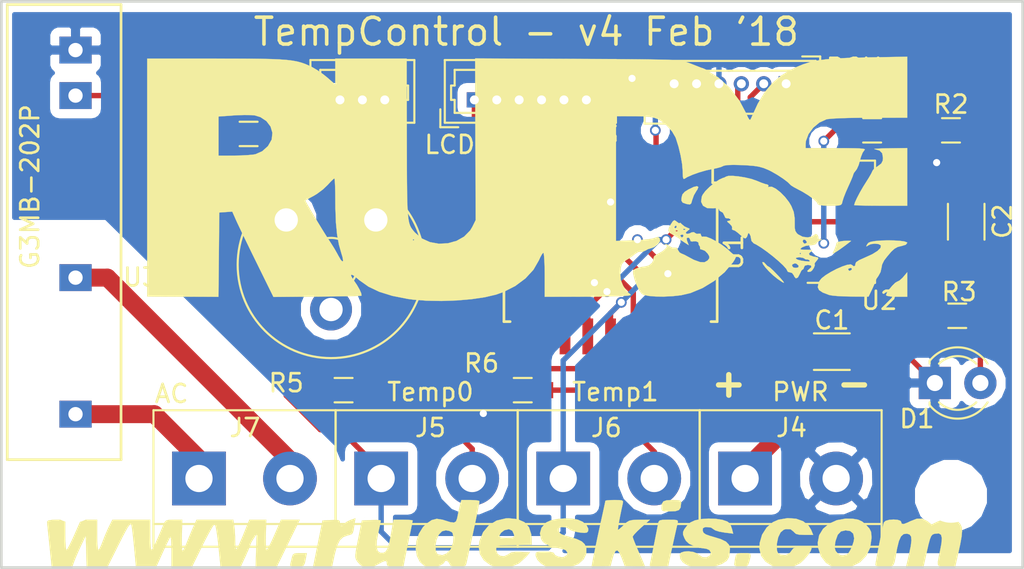
<source format=kicad_pcb>
(kicad_pcb (version 4) (host pcbnew 4.0.7)

  (general
    (links 44)
    (no_connects 0)
    (area 127.824999 73.624999 184.975001 105.375001)
    (thickness 1.6)
    (drawings 7)
    (tracks 166)
    (zones 0)
    (modules 23)
    (nets 22)
  )

  (page A4)
  (layers
    (0 F.Cu signal)
    (31 B.Cu signal)
    (32 B.Adhes user)
    (33 F.Adhes user)
    (34 B.Paste user)
    (35 F.Paste user)
    (36 B.SilkS user)
    (37 F.SilkS user)
    (38 B.Mask user)
    (39 F.Mask user)
    (40 Dwgs.User user)
    (41 Cmts.User user)
    (42 Eco1.User user)
    (43 Eco2.User user)
    (44 Edge.Cuts user)
    (45 Margin user)
    (46 B.CrtYd user)
    (47 F.CrtYd user)
    (48 B.Fab user)
    (49 F.Fab user)
  )

  (setup
    (last_trace_width 0.3)
    (trace_clearance 0.2)
    (zone_clearance 0.508)
    (zone_45_only no)
    (trace_min 0.2)
    (segment_width 0.2)
    (edge_width 0.15)
    (via_size 0.6)
    (via_drill 0.4)
    (via_min_size 0.4)
    (via_min_drill 0.3)
    (uvia_size 0.3)
    (uvia_drill 0.1)
    (uvias_allowed no)
    (uvia_min_size 0.2)
    (uvia_min_drill 0.1)
    (pcb_text_width 0.3)
    (pcb_text_size 1.5 1.5)
    (mod_edge_width 0.15)
    (mod_text_size 1 1)
    (mod_text_width 0.15)
    (pad_size 1.524 1.524)
    (pad_drill 0.762)
    (pad_to_mask_clearance 0.2)
    (aux_axis_origin 127.9 105.3)
    (grid_origin 127.9 105.3)
    (visible_elements 7FFFFF7F)
    (pcbplotparams
      (layerselection 0x00030_80000001)
      (usegerberextensions false)
      (excludeedgelayer true)
      (linewidth 0.100000)
      (plotframeref false)
      (viasonmask false)
      (mode 1)
      (useauxorigin false)
      (hpglpennumber 1)
      (hpglpenspeed 20)
      (hpglpendiameter 15)
      (hpglpenoverlay 2)
      (psnegative false)
      (psa4output false)
      (plotreference true)
      (plotvalue true)
      (plotinvisibletext false)
      (padsonsilk false)
      (subtractmaskfromsilk false)
      (outputformat 1)
      (mirror false)
      (drillshape 1)
      (scaleselection 1)
      (outputdirectory ""))
  )

  (net 0 "")
  (net 1 GND)
  (net 2 /Power_supply/PWR_pos)
  (net 3 +5V)
  (net 4 "Net-(D1-Pad2)")
  (net 5 "Net-(J1-Pad2)")
  (net 6 /PIC_PGC)
  (net 7 /PIC_PGD)
  (net 8 /PIC_VPP)
  (net 9 "Net-(J3-Pad1)")
  (net 10 "Net-(J3-Pad2)")
  (net 11 "Net-(J3-Pad3)")
  (net 12 "Net-(J3-Pad4)")
  (net 13 "Net-(J3-Pad5)")
  (net 14 "Net-(J3-Pad6)")
  (net 15 /Relais/AC1_out)
  (net 16 /Relais/AC2_out)
  (net 17 /Relais/relais_trig)
  (net 18 "Net-(R1-Pad2)")
  (net 19 "Net-(R4-Pad1)")
  (net 20 /Thermistor0/Thermistor_2)
  (net 21 /Thermistor1/Thermistor_2)

  (net_class Default "This is the default net class."
    (clearance 0.2)
    (trace_width 0.3)
    (via_dia 0.6)
    (via_drill 0.4)
    (uvia_dia 0.3)
    (uvia_drill 0.1)
    (add_net +5V)
    (add_net /PIC_PGC)
    (add_net /PIC_PGD)
    (add_net /PIC_VPP)
    (add_net /Relais/relais_trig)
    (add_net /Thermistor0/Thermistor_2)
    (add_net /Thermistor1/Thermistor_2)
    (add_net GND)
    (add_net "Net-(D1-Pad2)")
    (add_net "Net-(J1-Pad2)")
    (add_net "Net-(J3-Pad1)")
    (add_net "Net-(J3-Pad2)")
    (add_net "Net-(J3-Pad3)")
    (add_net "Net-(J3-Pad4)")
    (add_net "Net-(J3-Pad5)")
    (add_net "Net-(J3-Pad6)")
    (add_net "Net-(R1-Pad2)")
    (add_net "Net-(R4-Pad1)")
  )

  (net_class "High Voltage" ""
    (clearance 1.5)
    (trace_width 1)
    (via_dia 0.8)
    (via_drill 0.6)
    (uvia_dia 0.3)
    (uvia_drill 0.1)
    (add_net /Relais/AC1_out)
    (add_net /Relais/AC2_out)
  )

  (net_class Power ""
    (clearance 0.5)
    (trace_width 1)
    (via_dia 0.8)
    (via_drill 0.6)
    (uvia_dia 0.3)
    (uvia_drill 0.1)
    (add_net /Power_supply/PWR_pos)
  )

  (module Mounting_Holes:MountingHole_3mm (layer F.Cu) (tedit 5A8B3F47) (tstamp 5A8B39FD)
    (at 180.9 101.3)
    (descr "Mounting Hole 3mm, no annular")
    (tags "mounting hole 3mm no annular")
    (attr virtual)
    (fp_text reference REF** (at 0 -4) (layer F.SilkS) hide
      (effects (font (size 1 1) (thickness 0.15)))
    )
    (fp_text value MountingHole_3mm (at 0 4) (layer F.Fab) hide
      (effects (font (size 1 1) (thickness 0.15)))
    )
    (fp_text user %R (at 0.3 0) (layer F.Fab) hide
      (effects (font (size 1 1) (thickness 0.15)))
    )
    (fp_circle (center 0 0) (end 3 0) (layer Cmts.User) (width 0.15))
    (fp_circle (center 0 0) (end 3.25 0) (layer F.CrtYd) (width 0.05))
    (pad 1 np_thru_hole circle (at 0 0) (size 3 3) (drill 3) (layers *.Cu *.Mask))
  )

  (module Capacitors_SMD:C_1206_HandSoldering (layer F.Cu) (tedit 5A143C72) (tstamp 5A11E05B)
    (at 174.25 93.25)
    (descr "Capacitor SMD 1206, hand soldering")
    (tags "capacitor 1206")
    (path /5A10CA82/5A10CB8D)
    (attr smd)
    (fp_text reference C1 (at 0 -1.75) (layer F.SilkS)
      (effects (font (size 1 1) (thickness 0.15)))
    )
    (fp_text value 1uF (at 0 2) (layer F.Fab) hide
      (effects (font (size 1 1) (thickness 0.15)))
    )
    (fp_text user %R (at 0 -1.75) (layer F.Fab) hide
      (effects (font (size 1 1) (thickness 0.15)))
    )
    (fp_line (start -1.6 0.8) (end -1.6 -0.8) (layer F.Fab) (width 0.1))
    (fp_line (start 1.6 0.8) (end -1.6 0.8) (layer F.Fab) (width 0.1))
    (fp_line (start 1.6 -0.8) (end 1.6 0.8) (layer F.Fab) (width 0.1))
    (fp_line (start -1.6 -0.8) (end 1.6 -0.8) (layer F.Fab) (width 0.1))
    (fp_line (start 1 -1.02) (end -1 -1.02) (layer F.SilkS) (width 0.12))
    (fp_line (start -1 1.02) (end 1 1.02) (layer F.SilkS) (width 0.12))
    (fp_line (start -3.25 -1.05) (end 3.25 -1.05) (layer F.CrtYd) (width 0.05))
    (fp_line (start -3.25 -1.05) (end -3.25 1.05) (layer F.CrtYd) (width 0.05))
    (fp_line (start 3.25 1.05) (end 3.25 -1.05) (layer F.CrtYd) (width 0.05))
    (fp_line (start 3.25 1.05) (end -3.25 1.05) (layer F.CrtYd) (width 0.05))
    (pad 1 smd rect (at -2 0) (size 2 1.6) (layers F.Cu F.Paste F.Mask)
      (net 2 /Power_supply/PWR_pos))
    (pad 2 smd rect (at 2 0) (size 2 1.6) (layers F.Cu F.Paste F.Mask)
      (net 1 GND))
    (model Capacitors_SMD.3dshapes/C_1206.wrl
      (at (xyz 0 0 0))
      (scale (xyz 1 1 1))
      (rotate (xyz 0 0 0))
    )
  )

  (module Capacitors_SMD:C_1206_HandSoldering (layer F.Cu) (tedit 5A145D07) (tstamp 5A11E061)
    (at 181.75 86 90)
    (descr "Capacitor SMD 1206, hand soldering")
    (tags "capacitor 1206")
    (path /5A10CA82/5A10CE11)
    (attr smd)
    (fp_text reference C2 (at 0.021 2.019 90) (layer F.SilkS)
      (effects (font (size 1 1) (thickness 0.15)))
    )
    (fp_text value 10uF (at 0 2 90) (layer F.Fab) hide
      (effects (font (size 1 1) (thickness 0.15)))
    )
    (fp_text user %R (at 0 -1.75 90) (layer F.Fab) hide
      (effects (font (size 1 1) (thickness 0.15)))
    )
    (fp_line (start -1.6 0.8) (end -1.6 -0.8) (layer F.Fab) (width 0.1))
    (fp_line (start 1.6 0.8) (end -1.6 0.8) (layer F.Fab) (width 0.1))
    (fp_line (start 1.6 -0.8) (end 1.6 0.8) (layer F.Fab) (width 0.1))
    (fp_line (start -1.6 -0.8) (end 1.6 -0.8) (layer F.Fab) (width 0.1))
    (fp_line (start 1 -1.02) (end -1 -1.02) (layer F.SilkS) (width 0.12))
    (fp_line (start -1 1.02) (end 1 1.02) (layer F.SilkS) (width 0.12))
    (fp_line (start -3.25 -1.05) (end 3.25 -1.05) (layer F.CrtYd) (width 0.05))
    (fp_line (start -3.25 -1.05) (end -3.25 1.05) (layer F.CrtYd) (width 0.05))
    (fp_line (start 3.25 1.05) (end 3.25 -1.05) (layer F.CrtYd) (width 0.05))
    (fp_line (start 3.25 1.05) (end -3.25 1.05) (layer F.CrtYd) (width 0.05))
    (pad 1 smd rect (at -2 0 90) (size 2 1.6) (layers F.Cu F.Paste F.Mask)
      (net 3 +5V))
    (pad 2 smd rect (at 2 0 90) (size 2 1.6) (layers F.Cu F.Paste F.Mask)
      (net 1 GND))
    (model Capacitors_SMD.3dshapes/C_1206.wrl
      (at (xyz 0 0 0))
      (scale (xyz 1 1 1))
      (rotate (xyz 0 0 0))
    )
  )

  (module LEDs:LED_D3.0mm (layer F.Cu) (tedit 5A11E964) (tstamp 5A11E067)
    (at 180 95)
    (descr "LED, diameter 3.0mm, 2 pins")
    (tags "LED diameter 3.0mm 2 pins")
    (path /5A10CA82/5A10CEC8)
    (fp_text reference D1 (at -1 2) (layer F.SilkS)
      (effects (font (size 1 1) (thickness 0.15)))
    )
    (fp_text value LED (at 1.27 2.96) (layer F.Fab) hide
      (effects (font (size 1 1) (thickness 0.15)))
    )
    (fp_arc (start 1.27 0) (end -0.23 -1.16619) (angle 284.3) (layer F.Fab) (width 0.1))
    (fp_arc (start 1.27 0) (end -0.29 -1.235516) (angle 108.8) (layer F.SilkS) (width 0.12))
    (fp_arc (start 1.27 0) (end -0.29 1.235516) (angle -108.8) (layer F.SilkS) (width 0.12))
    (fp_arc (start 1.27 0) (end 0.229039 -1.08) (angle 87.9) (layer F.SilkS) (width 0.12))
    (fp_arc (start 1.27 0) (end 0.229039 1.08) (angle -87.9) (layer F.SilkS) (width 0.12))
    (fp_circle (center 1.27 0) (end 2.77 0) (layer F.Fab) (width 0.1))
    (fp_line (start -0.23 -1.16619) (end -0.23 1.16619) (layer F.Fab) (width 0.1))
    (fp_line (start -0.29 -1.236) (end -0.29 -1.08) (layer F.SilkS) (width 0.12))
    (fp_line (start -0.29 1.08) (end -0.29 1.236) (layer F.SilkS) (width 0.12))
    (fp_line (start -1.15 -2.25) (end -1.15 2.25) (layer F.CrtYd) (width 0.05))
    (fp_line (start -1.15 2.25) (end 3.7 2.25) (layer F.CrtYd) (width 0.05))
    (fp_line (start 3.7 2.25) (end 3.7 -2.25) (layer F.CrtYd) (width 0.05))
    (fp_line (start 3.7 -2.25) (end -1.15 -2.25) (layer F.CrtYd) (width 0.05))
    (pad 1 thru_hole rect (at 0 0) (size 1.8 1.8) (drill 0.9) (layers *.Cu *.Mask)
      (net 1 GND))
    (pad 2 thru_hole circle (at 2.54 0) (size 1.8 1.8) (drill 0.9) (layers *.Cu *.Mask)
      (net 4 "Net-(D1-Pad2)"))
    (model ${KISYS3DMOD}/LEDs.3dshapes/LED_D3.0mm.wrl
      (at (xyz 0 0 0))
      (scale (xyz 0.393701 0.393701 0.393701))
      (rotate (xyz 0 0 0))
    )
  )

  (module Connectors_Molex:Molex_PicoBlade_53047-0310_03x1.25mm_Straight (layer F.Cu) (tedit 5A8B3866) (tstamp 5A11E06E)
    (at 146.8 79.2)
    (descr "Molex PicoBlade, single row, top entry type, through hole, PN:53047-0310")
    (tags "connector molex picoblade")
    (path /5A10D451)
    (fp_text reference J1 (at -3 -0.7) (layer F.SilkS)
      (effects (font (size 1 1) (thickness 0.15)))
    )
    (fp_text value LCD2 (at 0.1 2.5) (layer F.SilkS)
      (effects (font (size 1 1) (thickness 0.15)))
    )
    (fp_line (start -2 -2.55) (end -2 1.6) (layer F.CrtYd) (width 0.05))
    (fp_line (start -2 1.6) (end 4.5 1.6) (layer F.CrtYd) (width 0.05))
    (fp_line (start 4.5 1.6) (end 4.5 -2.55) (layer F.CrtYd) (width 0.05))
    (fp_line (start 4.5 -2.55) (end -2 -2.55) (layer F.CrtYd) (width 0.05))
    (fp_line (start -1.5 -2.075) (end -1.5 1.125) (layer F.Fab) (width 0.1))
    (fp_line (start -1.5 1.125) (end 4 1.125) (layer F.Fab) (width 0.1))
    (fp_line (start 4 1.125) (end 4 -2.075) (layer F.Fab) (width 0.1))
    (fp_line (start 4 -2.075) (end -1.5 -2.075) (layer F.Fab) (width 0.1))
    (fp_line (start -1.65 -2.225) (end -1.65 1.275) (layer F.SilkS) (width 0.12))
    (fp_line (start -1.65 1.275) (end 4.15 1.275) (layer F.SilkS) (width 0.12))
    (fp_line (start 4.15 1.275) (end 4.15 -2.225) (layer F.SilkS) (width 0.12))
    (fp_line (start 4.15 -2.225) (end -1.65 -2.225) (layer F.SilkS) (width 0.12))
    (fp_line (start 1.25 0.725) (end -1.1 0.725) (layer F.SilkS) (width 0.12))
    (fp_line (start -1.1 0.725) (end -1.1 0) (layer F.SilkS) (width 0.12))
    (fp_line (start -1.1 0) (end -1.3 0) (layer F.SilkS) (width 0.12))
    (fp_line (start -1.3 0) (end -1.3 -0.8) (layer F.SilkS) (width 0.12))
    (fp_line (start -1.3 -0.8) (end -1.1 -0.8) (layer F.SilkS) (width 0.12))
    (fp_line (start -1.1 -0.8) (end -1.1 -1.675) (layer F.SilkS) (width 0.12))
    (fp_line (start -1.1 -1.675) (end 1.25 -1.675) (layer F.SilkS) (width 0.12))
    (fp_line (start 1.25 0.725) (end 3.6 0.725) (layer F.SilkS) (width 0.12))
    (fp_line (start 3.6 0.725) (end 3.6 0) (layer F.SilkS) (width 0.12))
    (fp_line (start 3.6 0) (end 3.8 0) (layer F.SilkS) (width 0.12))
    (fp_line (start 3.8 0) (end 3.8 -0.8) (layer F.SilkS) (width 0.12))
    (fp_line (start 3.8 -0.8) (end 3.6 -0.8) (layer F.SilkS) (width 0.12))
    (fp_line (start 3.6 -0.8) (end 3.6 -1.675) (layer F.SilkS) (width 0.12))
    (fp_line (start 3.6 -1.675) (end 1.25 -1.675) (layer F.SilkS) (width 0.12))
    (fp_line (start -1.9 1.525) (end -1.9 0.525) (layer F.SilkS) (width 0.12))
    (fp_line (start -1.9 1.525) (end -0.9 1.525) (layer F.SilkS) (width 0.12))
    (fp_text user %R (at 1.25 -1.25) (layer F.Fab) hide
      (effects (font (size 1 1) (thickness 0.15)))
    )
    (pad 1 thru_hole rect (at 0 0) (size 0.85 0.85) (drill 0.5) (layers *.Cu *.Mask)
      (net 3 +5V))
    (pad 2 thru_hole circle (at 1.25 0) (size 0.85 0.85) (drill 0.5) (layers *.Cu *.Mask)
      (net 5 "Net-(J1-Pad2)"))
    (pad 3 thru_hole circle (at 2.5 0) (size 0.85 0.85) (drill 0.5) (layers *.Cu *.Mask)
      (net 1 GND))
    (model ${KISYS3DMOD}/Connectors_Molex.3dshapes/Molex_PicoBlade_53047-0310_03x1.25mm_Straight.wrl
      (at (xyz 0 0 0))
      (scale (xyz 1 1 1))
      (rotate (xyz 0 0 0))
    )
  )

  (module Connectors_Molex:Molex_PicoBlade_53047-0610_06x1.25mm_Straight (layer F.Cu) (tedit 5A8B363E) (tstamp 5A11E078)
    (at 171.7 78.3 180)
    (descr "Molex PicoBlade, single row, top entry type, through hole, PN:53047-0610")
    (tags "connector molex picoblade")
    (path /5A10B8EF)
    (fp_text reference J2 (at 0.7 -3.3 180) (layer F.SilkS)
      (effects (font (size 1 1) (thickness 0.15)))
    )
    (fp_text value PGM (at -3.8 0.9 360) (layer F.SilkS)
      (effects (font (size 1 1) (thickness 0.15)))
    )
    (fp_line (start -2 -2.55) (end -2 1.6) (layer F.CrtYd) (width 0.05))
    (fp_line (start -2 1.6) (end 8.25 1.6) (layer F.CrtYd) (width 0.05))
    (fp_line (start 8.25 1.6) (end 8.25 -2.55) (layer F.CrtYd) (width 0.05))
    (fp_line (start 8.25 -2.55) (end -2 -2.55) (layer F.CrtYd) (width 0.05))
    (fp_line (start -1.5 -2.075) (end -1.5 1.125) (layer F.Fab) (width 0.1))
    (fp_line (start -1.5 1.125) (end 7.75 1.125) (layer F.Fab) (width 0.1))
    (fp_line (start 7.75 1.125) (end 7.75 -2.075) (layer F.Fab) (width 0.1))
    (fp_line (start 7.75 -2.075) (end -1.5 -2.075) (layer F.Fab) (width 0.1))
    (fp_line (start -1.65 -2.225) (end -1.65 1.275) (layer F.SilkS) (width 0.12))
    (fp_line (start -1.65 1.275) (end 7.9 1.275) (layer F.SilkS) (width 0.12))
    (fp_line (start 7.9 1.275) (end 7.9 -2.225) (layer F.SilkS) (width 0.12))
    (fp_line (start 7.9 -2.225) (end -1.65 -2.225) (layer F.SilkS) (width 0.12))
    (fp_line (start 3.125 0.725) (end -1.1 0.725) (layer F.SilkS) (width 0.12))
    (fp_line (start -1.1 0.725) (end -1.1 0) (layer F.SilkS) (width 0.12))
    (fp_line (start -1.1 0) (end -1.3 0) (layer F.SilkS) (width 0.12))
    (fp_line (start -1.3 0) (end -1.3 -0.8) (layer F.SilkS) (width 0.12))
    (fp_line (start -1.3 -0.8) (end -1.1 -0.8) (layer F.SilkS) (width 0.12))
    (fp_line (start -1.1 -0.8) (end -1.1 -1.675) (layer F.SilkS) (width 0.12))
    (fp_line (start -1.1 -1.675) (end 3.125 -1.675) (layer F.SilkS) (width 0.12))
    (fp_line (start 3.125 0.725) (end 7.35 0.725) (layer F.SilkS) (width 0.12))
    (fp_line (start 7.35 0.725) (end 7.35 0) (layer F.SilkS) (width 0.12))
    (fp_line (start 7.35 0) (end 7.55 0) (layer F.SilkS) (width 0.12))
    (fp_line (start 7.55 0) (end 7.55 -0.8) (layer F.SilkS) (width 0.12))
    (fp_line (start 7.55 -0.8) (end 7.35 -0.8) (layer F.SilkS) (width 0.12))
    (fp_line (start 7.35 -0.8) (end 7.35 -1.675) (layer F.SilkS) (width 0.12))
    (fp_line (start 7.35 -1.675) (end 3.125 -1.675) (layer F.SilkS) (width 0.12))
    (fp_line (start -1.9 1.525) (end -1.9 0.525) (layer F.SilkS) (width 0.12))
    (fp_line (start -1.9 1.525) (end -0.9 1.525) (layer F.SilkS) (width 0.12))
    (fp_text user %R (at 3.125 -1.25 180) (layer F.Fab) hide
      (effects (font (size 1 1) (thickness 0.15)))
    )
    (pad 1 thru_hole rect (at 0 0 180) (size 0.85 0.85) (drill 0.5) (layers *.Cu *.Mask))
    (pad 2 thru_hole circle (at 1.25 0 180) (size 0.85 0.85) (drill 0.5) (layers *.Cu *.Mask)
      (net 6 /PIC_PGC))
    (pad 3 thru_hole circle (at 2.5 0 180) (size 0.85 0.85) (drill 0.5) (layers *.Cu *.Mask)
      (net 7 /PIC_PGD))
    (pad 4 thru_hole circle (at 3.75 0 180) (size 0.85 0.85) (drill 0.5) (layers *.Cu *.Mask)
      (net 1 GND))
    (pad 5 thru_hole circle (at 5 0 180) (size 0.85 0.85) (drill 0.5) (layers *.Cu *.Mask)
      (net 3 +5V))
    (pad 6 thru_hole circle (at 6.25 0 180) (size 0.85 0.85) (drill 0.5) (layers *.Cu *.Mask)
      (net 8 /PIC_VPP))
    (model ${KISYS3DMOD}/Connectors_Molex.3dshapes/Molex_PicoBlade_53047-0610_06x1.25mm_Straight.wrl
      (at (xyz 0 0 0))
      (scale (xyz 1 1 1))
      (rotate (xyz 0 0 0))
    )
  )

  (module Connectors_Molex:Molex_PicoBlade_53047-0610_06x1.25mm_Straight (layer F.Cu) (tedit 5A8B386C) (tstamp 5A11E082)
    (at 154.3 79.2)
    (descr "Molex PicoBlade, single row, top entry type, through hole, PN:53047-0610")
    (tags "connector molex picoblade")
    (path /5A10BDA8)
    (fp_text reference J3 (at 7.2 2) (layer F.SilkS)
      (effects (font (size 1 1) (thickness 0.15)))
    )
    (fp_text value LCD1 (at -0.9 2.5) (layer F.SilkS)
      (effects (font (size 1 1) (thickness 0.15)))
    )
    (fp_line (start -2 -2.55) (end -2 1.6) (layer F.CrtYd) (width 0.05))
    (fp_line (start -2 1.6) (end 8.25 1.6) (layer F.CrtYd) (width 0.05))
    (fp_line (start 8.25 1.6) (end 8.25 -2.55) (layer F.CrtYd) (width 0.05))
    (fp_line (start 8.25 -2.55) (end -2 -2.55) (layer F.CrtYd) (width 0.05))
    (fp_line (start -1.5 -2.075) (end -1.5 1.125) (layer F.Fab) (width 0.1))
    (fp_line (start -1.5 1.125) (end 7.75 1.125) (layer F.Fab) (width 0.1))
    (fp_line (start 7.75 1.125) (end 7.75 -2.075) (layer F.Fab) (width 0.1))
    (fp_line (start 7.75 -2.075) (end -1.5 -2.075) (layer F.Fab) (width 0.1))
    (fp_line (start -1.65 -2.225) (end -1.65 1.275) (layer F.SilkS) (width 0.12))
    (fp_line (start -1.65 1.275) (end 7.9 1.275) (layer F.SilkS) (width 0.12))
    (fp_line (start 7.9 1.275) (end 7.9 -2.225) (layer F.SilkS) (width 0.12))
    (fp_line (start 7.9 -2.225) (end -1.65 -2.225) (layer F.SilkS) (width 0.12))
    (fp_line (start 3.125 0.725) (end -1.1 0.725) (layer F.SilkS) (width 0.12))
    (fp_line (start -1.1 0.725) (end -1.1 0) (layer F.SilkS) (width 0.12))
    (fp_line (start -1.1 0) (end -1.3 0) (layer F.SilkS) (width 0.12))
    (fp_line (start -1.3 0) (end -1.3 -0.8) (layer F.SilkS) (width 0.12))
    (fp_line (start -1.3 -0.8) (end -1.1 -0.8) (layer F.SilkS) (width 0.12))
    (fp_line (start -1.1 -0.8) (end -1.1 -1.675) (layer F.SilkS) (width 0.12))
    (fp_line (start -1.1 -1.675) (end 3.125 -1.675) (layer F.SilkS) (width 0.12))
    (fp_line (start 3.125 0.725) (end 7.35 0.725) (layer F.SilkS) (width 0.12))
    (fp_line (start 7.35 0.725) (end 7.35 0) (layer F.SilkS) (width 0.12))
    (fp_line (start 7.35 0) (end 7.55 0) (layer F.SilkS) (width 0.12))
    (fp_line (start 7.55 0) (end 7.55 -0.8) (layer F.SilkS) (width 0.12))
    (fp_line (start 7.55 -0.8) (end 7.35 -0.8) (layer F.SilkS) (width 0.12))
    (fp_line (start 7.35 -0.8) (end 7.35 -1.675) (layer F.SilkS) (width 0.12))
    (fp_line (start 7.35 -1.675) (end 3.125 -1.675) (layer F.SilkS) (width 0.12))
    (fp_line (start -1.9 1.525) (end -1.9 0.525) (layer F.SilkS) (width 0.12))
    (fp_line (start -1.9 1.525) (end -0.9 1.525) (layer F.SilkS) (width 0.12))
    (fp_text user %R (at 3.125 -1.25) (layer F.Fab) hide
      (effects (font (size 1 1) (thickness 0.15)))
    )
    (pad 1 thru_hole rect (at 0 0) (size 0.85 0.85) (drill 0.5) (layers *.Cu *.Mask)
      (net 9 "Net-(J3-Pad1)"))
    (pad 2 thru_hole circle (at 1.25 0) (size 0.85 0.85) (drill 0.5) (layers *.Cu *.Mask)
      (net 10 "Net-(J3-Pad2)"))
    (pad 3 thru_hole circle (at 2.5 0) (size 0.85 0.85) (drill 0.5) (layers *.Cu *.Mask)
      (net 11 "Net-(J3-Pad3)"))
    (pad 4 thru_hole circle (at 3.75 0) (size 0.85 0.85) (drill 0.5) (layers *.Cu *.Mask)
      (net 12 "Net-(J3-Pad4)"))
    (pad 5 thru_hole circle (at 5 0) (size 0.85 0.85) (drill 0.5) (layers *.Cu *.Mask)
      (net 13 "Net-(J3-Pad5)"))
    (pad 6 thru_hole circle (at 6.25 0) (size 0.85 0.85) (drill 0.5) (layers *.Cu *.Mask)
      (net 14 "Net-(J3-Pad6)"))
    (model ${KISYS3DMOD}/Connectors_Molex.3dshapes/Molex_PicoBlade_53047-0610_06x1.25mm_Straight.wrl
      (at (xyz 0 0 0))
      (scale (xyz 1 1 1))
      (rotate (xyz 0 0 0))
    )
  )

  (module Terminal_Blocks:TerminalBlock_bornier-2_P5.08mm (layer F.Cu) (tedit 5A143C4F) (tstamp 5A11E088)
    (at 169.41 100.33)
    (descr "simple 2-pin terminal block, pitch 5.08mm, revamped version of bornier2")
    (tags "terminal block bornier2")
    (path /5A10C7E6)
    (fp_text reference J4 (at 2.59 -2.83) (layer F.SilkS)
      (effects (font (size 1 1) (thickness 0.15)))
    )
    (fp_text value PWR (at 3.09 -4.83) (layer F.SilkS)
      (effects (font (size 1 1) (thickness 0.15)))
    )
    (fp_text user %R (at 2.54 0) (layer F.Fab) hide
      (effects (font (size 1 1) (thickness 0.15)))
    )
    (fp_line (start -2.41 2.55) (end 7.49 2.55) (layer F.Fab) (width 0.1))
    (fp_line (start -2.46 -3.75) (end -2.46 3.75) (layer F.Fab) (width 0.1))
    (fp_line (start -2.46 3.75) (end 7.54 3.75) (layer F.Fab) (width 0.1))
    (fp_line (start 7.54 3.75) (end 7.54 -3.75) (layer F.Fab) (width 0.1))
    (fp_line (start 7.54 -3.75) (end -2.46 -3.75) (layer F.Fab) (width 0.1))
    (fp_line (start 7.62 2.54) (end -2.54 2.54) (layer F.SilkS) (width 0.12))
    (fp_line (start 7.62 3.81) (end 7.62 -3.81) (layer F.SilkS) (width 0.12))
    (fp_line (start 7.62 -3.81) (end -2.54 -3.81) (layer F.SilkS) (width 0.12))
    (fp_line (start -2.54 -3.81) (end -2.54 3.81) (layer F.SilkS) (width 0.12))
    (fp_line (start -2.54 3.81) (end 7.62 3.81) (layer F.SilkS) (width 0.12))
    (fp_line (start -2.71 -4) (end 7.79 -4) (layer F.CrtYd) (width 0.05))
    (fp_line (start -2.71 -4) (end -2.71 4) (layer F.CrtYd) (width 0.05))
    (fp_line (start 7.79 4) (end 7.79 -4) (layer F.CrtYd) (width 0.05))
    (fp_line (start 7.79 4) (end -2.71 4) (layer F.CrtYd) (width 0.05))
    (pad 1 thru_hole rect (at 0 0) (size 3 3) (drill 1.52) (layers *.Cu *.Mask)
      (net 2 /Power_supply/PWR_pos))
    (pad 2 thru_hole circle (at 5.08 0) (size 3 3) (drill 1.52) (layers *.Cu *.Mask)
      (net 1 GND))
    (model ${KISYS3DMOD}/Terminal_Blocks.3dshapes/TerminalBlock_bornier-2_P5.08mm.wrl
      (at (xyz 0.1 0 0))
      (scale (xyz 1 1 1))
      (rotate (xyz 0 0 0))
    )
  )

  (module Terminal_Blocks:TerminalBlock_bornier-2_P5.08mm (layer F.Cu) (tedit 5A143C4A) (tstamp 5A11E08E)
    (at 149.098 100.33)
    (descr "simple 2-pin terminal block, pitch 5.08mm, revamped version of bornier2")
    (tags "terminal block bornier2")
    (path /5A10C870)
    (fp_text reference J5 (at 2.75 -2.83) (layer F.SilkS)
      (effects (font (size 1 1) (thickness 0.15)))
    )
    (fp_text value Temp0 (at 2.75 -4.83) (layer F.SilkS)
      (effects (font (size 1 1) (thickness 0.15)))
    )
    (fp_text user %R (at 2.54 0) (layer F.Fab) hide
      (effects (font (size 1 1) (thickness 0.15)))
    )
    (fp_line (start -2.41 2.55) (end 7.49 2.55) (layer F.Fab) (width 0.1))
    (fp_line (start -2.46 -3.75) (end -2.46 3.75) (layer F.Fab) (width 0.1))
    (fp_line (start -2.46 3.75) (end 7.54 3.75) (layer F.Fab) (width 0.1))
    (fp_line (start 7.54 3.75) (end 7.54 -3.75) (layer F.Fab) (width 0.1))
    (fp_line (start 7.54 -3.75) (end -2.46 -3.75) (layer F.Fab) (width 0.1))
    (fp_line (start 7.62 2.54) (end -2.54 2.54) (layer F.SilkS) (width 0.12))
    (fp_line (start 7.62 3.81) (end 7.62 -3.81) (layer F.SilkS) (width 0.12))
    (fp_line (start 7.62 -3.81) (end -2.54 -3.81) (layer F.SilkS) (width 0.12))
    (fp_line (start -2.54 -3.81) (end -2.54 3.81) (layer F.SilkS) (width 0.12))
    (fp_line (start -2.54 3.81) (end 7.62 3.81) (layer F.SilkS) (width 0.12))
    (fp_line (start -2.71 -4) (end 7.79 -4) (layer F.CrtYd) (width 0.05))
    (fp_line (start -2.71 -4) (end -2.71 4) (layer F.CrtYd) (width 0.05))
    (fp_line (start 7.79 4) (end 7.79 -4) (layer F.CrtYd) (width 0.05))
    (fp_line (start 7.79 4) (end -2.71 4) (layer F.CrtYd) (width 0.05))
    (pad 1 thru_hole rect (at 0 0) (size 3 3) (drill 1.52) (layers *.Cu *.Mask)
      (net 3 +5V))
    (pad 2 thru_hole circle (at 5.08 0) (size 3 3) (drill 1.52) (layers *.Cu *.Mask)
      (net 20 /Thermistor0/Thermistor_2))
    (model ${KISYS3DMOD}/Terminal_Blocks.3dshapes/TerminalBlock_bornier-2_P5.08mm.wrl
      (at (xyz 0.1 0 0))
      (scale (xyz 1 1 1))
      (rotate (xyz 0 0 0))
    )
  )

  (module Terminal_Blocks:TerminalBlock_bornier-2_P5.08mm (layer F.Cu) (tedit 5A143C46) (tstamp 5A11E094)
    (at 159.258 100.33)
    (descr "simple 2-pin terminal block, pitch 5.08mm, revamped version of bornier2")
    (tags "terminal block bornier2")
    (path /5A10C21A)
    (fp_text reference J6 (at 2.41 -2.83) (layer F.SilkS)
      (effects (font (size 1 1) (thickness 0.15)))
    )
    (fp_text value Temp1 (at 2.91 -4.83) (layer F.SilkS)
      (effects (font (size 1 1) (thickness 0.15)))
    )
    (fp_text user %R (at 2.54 0) (layer F.Fab) hide
      (effects (font (size 1 1) (thickness 0.15)))
    )
    (fp_line (start -2.41 2.55) (end 7.49 2.55) (layer F.Fab) (width 0.1))
    (fp_line (start -2.46 -3.75) (end -2.46 3.75) (layer F.Fab) (width 0.1))
    (fp_line (start -2.46 3.75) (end 7.54 3.75) (layer F.Fab) (width 0.1))
    (fp_line (start 7.54 3.75) (end 7.54 -3.75) (layer F.Fab) (width 0.1))
    (fp_line (start 7.54 -3.75) (end -2.46 -3.75) (layer F.Fab) (width 0.1))
    (fp_line (start 7.62 2.54) (end -2.54 2.54) (layer F.SilkS) (width 0.12))
    (fp_line (start 7.62 3.81) (end 7.62 -3.81) (layer F.SilkS) (width 0.12))
    (fp_line (start 7.62 -3.81) (end -2.54 -3.81) (layer F.SilkS) (width 0.12))
    (fp_line (start -2.54 -3.81) (end -2.54 3.81) (layer F.SilkS) (width 0.12))
    (fp_line (start -2.54 3.81) (end 7.62 3.81) (layer F.SilkS) (width 0.12))
    (fp_line (start -2.71 -4) (end 7.79 -4) (layer F.CrtYd) (width 0.05))
    (fp_line (start -2.71 -4) (end -2.71 4) (layer F.CrtYd) (width 0.05))
    (fp_line (start 7.79 4) (end 7.79 -4) (layer F.CrtYd) (width 0.05))
    (fp_line (start 7.79 4) (end -2.71 4) (layer F.CrtYd) (width 0.05))
    (pad 1 thru_hole rect (at 0 0) (size 3 3) (drill 1.52) (layers *.Cu *.Mask)
      (net 3 +5V))
    (pad 2 thru_hole circle (at 5.08 0) (size 3 3) (drill 1.52) (layers *.Cu *.Mask)
      (net 21 /Thermistor1/Thermistor_2))
    (model ${KISYS3DMOD}/Terminal_Blocks.3dshapes/TerminalBlock_bornier-2_P5.08mm.wrl
      (at (xyz 0.1 0 0))
      (scale (xyz 1 1 1))
      (rotate (xyz 0 0 0))
    )
  )

  (module Terminal_Blocks:TerminalBlock_bornier-2_P5.08mm (layer F.Cu) (tedit 5A8B3693) (tstamp 5A11E09A)
    (at 138.93 100.33)
    (descr "simple 2-pin terminal block, pitch 5.08mm, revamped version of bornier2")
    (tags "terminal block bornier2")
    (path /5A10DF65)
    (fp_text reference J7 (at 2.57 -2.83) (layer F.SilkS)
      (effects (font (size 1 1) (thickness 0.15)))
    )
    (fp_text value AC (at -1.53 -4.73) (layer F.SilkS)
      (effects (font (size 1 1) (thickness 0.15)))
    )
    (fp_text user %R (at 2.54 0) (layer F.Fab) hide
      (effects (font (size 1 1) (thickness 0.15)))
    )
    (fp_line (start -2.41 2.55) (end 7.49 2.55) (layer F.Fab) (width 0.1))
    (fp_line (start -2.46 -3.75) (end -2.46 3.75) (layer F.Fab) (width 0.1))
    (fp_line (start -2.46 3.75) (end 7.54 3.75) (layer F.Fab) (width 0.1))
    (fp_line (start 7.54 3.75) (end 7.54 -3.75) (layer F.Fab) (width 0.1))
    (fp_line (start 7.54 -3.75) (end -2.46 -3.75) (layer F.Fab) (width 0.1))
    (fp_line (start 7.62 2.54) (end -2.54 2.54) (layer F.SilkS) (width 0.12))
    (fp_line (start 7.62 3.81) (end 7.62 -3.81) (layer F.SilkS) (width 0.12))
    (fp_line (start 7.62 -3.81) (end -2.54 -3.81) (layer F.SilkS) (width 0.12))
    (fp_line (start -2.54 -3.81) (end -2.54 3.81) (layer F.SilkS) (width 0.12))
    (fp_line (start -2.54 3.81) (end 7.62 3.81) (layer F.SilkS) (width 0.12))
    (fp_line (start -2.71 -4) (end 7.79 -4) (layer F.CrtYd) (width 0.05))
    (fp_line (start -2.71 -4) (end -2.71 4) (layer F.CrtYd) (width 0.05))
    (fp_line (start 7.79 4) (end 7.79 -4) (layer F.CrtYd) (width 0.05))
    (fp_line (start 7.79 4) (end -2.71 4) (layer F.CrtYd) (width 0.05))
    (pad 1 thru_hole rect (at 0 0) (size 3 3) (drill 1.52) (layers *.Cu *.Mask)
      (net 15 /Relais/AC1_out))
    (pad 2 thru_hole circle (at 5.08 0) (size 3 3) (drill 1.52) (layers *.Cu *.Mask)
      (net 16 /Relais/AC2_out))
    (model ${KISYS3DMOD}/Terminal_Blocks.3dshapes/TerminalBlock_bornier-2_P5.08mm.wrl
      (at (xyz 0.1 0 0))
      (scale (xyz 1 1 1))
      (rotate (xyz 0 0 0))
    )
  )

  (module Resistors_SMD:R_0603_HandSoldering (layer F.Cu) (tedit 5A143C99) (tstamp 5A11E0F4)
    (at 176.5 80.9)
    (descr "Resistor SMD 0603, hand soldering")
    (tags "resistor 0603")
    (path /5A10CA82/5A10CD0F)
    (attr smd)
    (fp_text reference R1 (at 0 -1.45) (layer F.SilkS)
      (effects (font (size 1 1) (thickness 0.15)))
    )
    (fp_text value 240R (at 0 1.55) (layer F.Fab) hide
      (effects (font (size 1 1) (thickness 0.15)))
    )
    (fp_text user %R (at 0 0) (layer F.Fab)
      (effects (font (size 0.4 0.4) (thickness 0.075)))
    )
    (fp_line (start -0.8 0.4) (end -0.8 -0.4) (layer F.Fab) (width 0.1))
    (fp_line (start 0.8 0.4) (end -0.8 0.4) (layer F.Fab) (width 0.1))
    (fp_line (start 0.8 -0.4) (end 0.8 0.4) (layer F.Fab) (width 0.1))
    (fp_line (start -0.8 -0.4) (end 0.8 -0.4) (layer F.Fab) (width 0.1))
    (fp_line (start 0.5 0.68) (end -0.5 0.68) (layer F.SilkS) (width 0.12))
    (fp_line (start -0.5 -0.68) (end 0.5 -0.68) (layer F.SilkS) (width 0.12))
    (fp_line (start -1.96 -0.7) (end 1.95 -0.7) (layer F.CrtYd) (width 0.05))
    (fp_line (start -1.96 -0.7) (end -1.96 0.7) (layer F.CrtYd) (width 0.05))
    (fp_line (start 1.95 0.7) (end 1.95 -0.7) (layer F.CrtYd) (width 0.05))
    (fp_line (start 1.95 0.7) (end -1.96 0.7) (layer F.CrtYd) (width 0.05))
    (pad 1 smd rect (at -1.1 0) (size 1.2 0.9) (layers F.Cu F.Paste F.Mask)
      (net 3 +5V))
    (pad 2 smd rect (at 1.1 0) (size 1.2 0.9) (layers F.Cu F.Paste F.Mask)
      (net 18 "Net-(R1-Pad2)"))
    (model ${KISYS3DMOD}/Resistors_SMD.3dshapes/R_0603.wrl
      (at (xyz 0 0 0))
      (scale (xyz 1 1 1))
      (rotate (xyz 0 0 0))
    )
  )

  (module Resistors_SMD:R_0603_HandSoldering (layer F.Cu) (tedit 5A143C96) (tstamp 5A11E0FA)
    (at 180.9 80.9)
    (descr "Resistor SMD 0603, hand soldering")
    (tags "resistor 0603")
    (path /5A10CA82/5A10CCA9)
    (attr smd)
    (fp_text reference R2 (at 0 -1.45) (layer F.SilkS)
      (effects (font (size 1 1) (thickness 0.15)))
    )
    (fp_text value 720R (at 0 1.55) (layer F.Fab) hide
      (effects (font (size 1 1) (thickness 0.15)))
    )
    (fp_text user %R (at 0 0) (layer F.Fab)
      (effects (font (size 0.4 0.4) (thickness 0.075)))
    )
    (fp_line (start -0.8 0.4) (end -0.8 -0.4) (layer F.Fab) (width 0.1))
    (fp_line (start 0.8 0.4) (end -0.8 0.4) (layer F.Fab) (width 0.1))
    (fp_line (start 0.8 -0.4) (end 0.8 0.4) (layer F.Fab) (width 0.1))
    (fp_line (start -0.8 -0.4) (end 0.8 -0.4) (layer F.Fab) (width 0.1))
    (fp_line (start 0.5 0.68) (end -0.5 0.68) (layer F.SilkS) (width 0.12))
    (fp_line (start -0.5 -0.68) (end 0.5 -0.68) (layer F.SilkS) (width 0.12))
    (fp_line (start -1.96 -0.7) (end 1.95 -0.7) (layer F.CrtYd) (width 0.05))
    (fp_line (start -1.96 -0.7) (end -1.96 0.7) (layer F.CrtYd) (width 0.05))
    (fp_line (start 1.95 0.7) (end 1.95 -0.7) (layer F.CrtYd) (width 0.05))
    (fp_line (start 1.95 0.7) (end -1.96 0.7) (layer F.CrtYd) (width 0.05))
    (pad 1 smd rect (at -1.1 0) (size 1.2 0.9) (layers F.Cu F.Paste F.Mask)
      (net 18 "Net-(R1-Pad2)"))
    (pad 2 smd rect (at 1.1 0) (size 1.2 0.9) (layers F.Cu F.Paste F.Mask)
      (net 1 GND))
    (model ${KISYS3DMOD}/Resistors_SMD.3dshapes/R_0603.wrl
      (at (xyz 0 0 0))
      (scale (xyz 1 1 1))
      (rotate (xyz 0 0 0))
    )
  )

  (module Resistors_SMD:R_0603_HandSoldering (layer F.Cu) (tedit 5A145D10) (tstamp 5A11E100)
    (at 181.25 91.25)
    (descr "Resistor SMD 0603, hand soldering")
    (tags "resistor 0603")
    (path /5A10CA82/5A10CF6F)
    (attr smd)
    (fp_text reference R3 (at 0.106 -1.334) (layer F.SilkS)
      (effects (font (size 1 1) (thickness 0.15)))
    )
    (fp_text value 1k (at 0 1.55) (layer F.Fab) hide
      (effects (font (size 1 1) (thickness 0.15)))
    )
    (fp_text user %R (at 0 0) (layer F.Fab)
      (effects (font (size 0.4 0.4) (thickness 0.075)))
    )
    (fp_line (start -0.8 0.4) (end -0.8 -0.4) (layer F.Fab) (width 0.1))
    (fp_line (start 0.8 0.4) (end -0.8 0.4) (layer F.Fab) (width 0.1))
    (fp_line (start 0.8 -0.4) (end 0.8 0.4) (layer F.Fab) (width 0.1))
    (fp_line (start -0.8 -0.4) (end 0.8 -0.4) (layer F.Fab) (width 0.1))
    (fp_line (start 0.5 0.68) (end -0.5 0.68) (layer F.SilkS) (width 0.12))
    (fp_line (start -0.5 -0.68) (end 0.5 -0.68) (layer F.SilkS) (width 0.12))
    (fp_line (start -1.96 -0.7) (end 1.95 -0.7) (layer F.CrtYd) (width 0.05))
    (fp_line (start -1.96 -0.7) (end -1.96 0.7) (layer F.CrtYd) (width 0.05))
    (fp_line (start 1.95 0.7) (end 1.95 -0.7) (layer F.CrtYd) (width 0.05))
    (fp_line (start 1.95 0.7) (end -1.96 0.7) (layer F.CrtYd) (width 0.05))
    (pad 1 smd rect (at -1.1 0) (size 1.2 0.9) (layers F.Cu F.Paste F.Mask)
      (net 3 +5V))
    (pad 2 smd rect (at 1.1 0) (size 1.2 0.9) (layers F.Cu F.Paste F.Mask)
      (net 4 "Net-(D1-Pad2)"))
    (model ${KISYS3DMOD}/Resistors_SMD.3dshapes/R_0603.wrl
      (at (xyz 0 0 0))
      (scale (xyz 1 1 1))
      (rotate (xyz 0 0 0))
    )
  )

  (module Resistors_SMD:R_0603_HandSoldering (layer F.Cu) (tedit 5A8B3861) (tstamp 5A11E106)
    (at 141.7 81.1)
    (descr "Resistor SMD 0603, hand soldering")
    (tags "resistor 0603")
    (path /5A10DB40/5A10DB9C)
    (attr smd)
    (fp_text reference R4 (at -3.2 1.4) (layer F.SilkS)
      (effects (font (size 1 1) (thickness 0.15)))
    )
    (fp_text value 470 (at 0 1.55) (layer F.Fab) hide
      (effects (font (size 1 1) (thickness 0.15)))
    )
    (fp_text user %R (at 0 0) (layer F.Fab)
      (effects (font (size 0.4 0.4) (thickness 0.075)))
    )
    (fp_line (start -0.8 0.4) (end -0.8 -0.4) (layer F.Fab) (width 0.1))
    (fp_line (start 0.8 0.4) (end -0.8 0.4) (layer F.Fab) (width 0.1))
    (fp_line (start 0.8 -0.4) (end 0.8 0.4) (layer F.Fab) (width 0.1))
    (fp_line (start -0.8 -0.4) (end 0.8 -0.4) (layer F.Fab) (width 0.1))
    (fp_line (start 0.5 0.68) (end -0.5 0.68) (layer F.SilkS) (width 0.12))
    (fp_line (start -0.5 -0.68) (end 0.5 -0.68) (layer F.SilkS) (width 0.12))
    (fp_line (start -1.96 -0.7) (end 1.95 -0.7) (layer F.CrtYd) (width 0.05))
    (fp_line (start -1.96 -0.7) (end -1.96 0.7) (layer F.CrtYd) (width 0.05))
    (fp_line (start 1.95 0.7) (end 1.95 -0.7) (layer F.CrtYd) (width 0.05))
    (fp_line (start 1.95 0.7) (end -1.96 0.7) (layer F.CrtYd) (width 0.05))
    (pad 1 smd rect (at -1.1 0) (size 1.2 0.9) (layers F.Cu F.Paste F.Mask)
      (net 19 "Net-(R4-Pad1)"))
    (pad 2 smd rect (at 1.1 0) (size 1.2 0.9) (layers F.Cu F.Paste F.Mask)
      (net 17 /Relais/relais_trig))
    (model ${KISYS3DMOD}/Resistors_SMD.3dshapes/R_0603.wrl
      (at (xyz 0 0 0))
      (scale (xyz 1 1 1))
      (rotate (xyz 0 0 0))
    )
  )

  (module Housings_SOIC:SOIC-18W_7.5x11.6mm_Pitch1.27mm (layer F.Cu) (tedit 5A143CB4) (tstamp 5A11E123)
    (at 161.9 87.7 270)
    (descr "18-Lead Plastic Small Outline (SO) - Wide, 7.50 mm Body [SOIC] (see Microchip Packaging Specification 00000049BS.pdf)")
    (tags "SOIC 1.27")
    (path /5A10B31C)
    (attr smd)
    (fp_text reference U1 (at 0 -6.875 270) (layer F.SilkS)
      (effects (font (size 1 1) (thickness 0.15)))
    )
    (fp_text value "PIC16(L)F88-I/P" (at 0 6.875 270) (layer F.Fab) hide
      (effects (font (size 1 1) (thickness 0.15)))
    )
    (fp_text user %R (at 0 0 270) (layer F.Fab) hide
      (effects (font (size 1 1) (thickness 0.15)))
    )
    (fp_line (start -2.75 -5.8) (end 3.75 -5.8) (layer F.Fab) (width 0.15))
    (fp_line (start 3.75 -5.8) (end 3.75 5.8) (layer F.Fab) (width 0.15))
    (fp_line (start 3.75 5.8) (end -3.75 5.8) (layer F.Fab) (width 0.15))
    (fp_line (start -3.75 5.8) (end -3.75 -4.8) (layer F.Fab) (width 0.15))
    (fp_line (start -3.75 -4.8) (end -2.75 -5.8) (layer F.Fab) (width 0.15))
    (fp_line (start -5.95 -6.15) (end -5.95 6.15) (layer F.CrtYd) (width 0.05))
    (fp_line (start 5.95 -6.15) (end 5.95 6.15) (layer F.CrtYd) (width 0.05))
    (fp_line (start -5.95 -6.15) (end 5.95 -6.15) (layer F.CrtYd) (width 0.05))
    (fp_line (start -5.95 6.15) (end 5.95 6.15) (layer F.CrtYd) (width 0.05))
    (fp_line (start -3.875 -5.95) (end -3.875 -5.7) (layer F.SilkS) (width 0.15))
    (fp_line (start 3.875 -5.95) (end 3.875 -5.605) (layer F.SilkS) (width 0.15))
    (fp_line (start 3.875 5.95) (end 3.875 5.605) (layer F.SilkS) (width 0.15))
    (fp_line (start -3.875 5.95) (end -3.875 5.605) (layer F.SilkS) (width 0.15))
    (fp_line (start -3.875 -5.95) (end 3.875 -5.95) (layer F.SilkS) (width 0.15))
    (fp_line (start -3.875 5.95) (end 3.875 5.95) (layer F.SilkS) (width 0.15))
    (fp_line (start -3.875 -5.7) (end -5.7 -5.7) (layer F.SilkS) (width 0.15))
    (pad 1 smd rect (at -4.7 -5.08 270) (size 2 0.6) (layers F.Cu F.Paste F.Mask))
    (pad 2 smd rect (at -4.7 -3.81 270) (size 2 0.6) (layers F.Cu F.Paste F.Mask))
    (pad 3 smd rect (at -4.7 -2.54 270) (size 2 0.6) (layers F.Cu F.Paste F.Mask)
      (net 17 /Relais/relais_trig))
    (pad 4 smd rect (at -4.7 -1.27 270) (size 2 0.6) (layers F.Cu F.Paste F.Mask)
      (net 8 /PIC_VPP))
    (pad 5 smd rect (at -4.7 0 270) (size 2 0.6) (layers F.Cu F.Paste F.Mask)
      (net 1 GND))
    (pad 6 smd rect (at -4.7 1.27 270) (size 2 0.6) (layers F.Cu F.Paste F.Mask)
      (net 14 "Net-(J3-Pad6)"))
    (pad 7 smd rect (at -4.7 2.54 270) (size 2 0.6) (layers F.Cu F.Paste F.Mask)
      (net 13 "Net-(J3-Pad5)"))
    (pad 8 smd rect (at -4.7 3.81 270) (size 2 0.6) (layers F.Cu F.Paste F.Mask)
      (net 12 "Net-(J3-Pad4)"))
    (pad 9 smd rect (at -4.7 5.08 270) (size 2 0.6) (layers F.Cu F.Paste F.Mask)
      (net 11 "Net-(J3-Pad3)"))
    (pad 10 smd rect (at 4.7 5.08 270) (size 2 0.6) (layers F.Cu F.Paste F.Mask))
    (pad 11 smd rect (at 4.7 3.81 270) (size 2 0.6) (layers F.Cu F.Paste F.Mask))
    (pad 12 smd rect (at 4.7 2.54 270) (size 2 0.6) (layers F.Cu F.Paste F.Mask)
      (net 6 /PIC_PGC))
    (pad 13 smd rect (at 4.7 1.27 270) (size 2 0.6) (layers F.Cu F.Paste F.Mask)
      (net 7 /PIC_PGD))
    (pad 14 smd rect (at 4.7 0 270) (size 2 0.6) (layers F.Cu F.Paste F.Mask)
      (net 3 +5V))
    (pad 15 smd rect (at 4.7 -1.27 270) (size 2 0.6) (layers F.Cu F.Paste F.Mask)
      (net 10 "Net-(J3-Pad2)"))
    (pad 16 smd rect (at 4.7 -2.54 270) (size 2 0.6) (layers F.Cu F.Paste F.Mask)
      (net 9 "Net-(J3-Pad1)"))
    (pad 17 smd rect (at 4.7 -3.81 270) (size 2 0.6) (layers F.Cu F.Paste F.Mask)
      (net 20 /Thermistor0/Thermistor_2))
    (pad 18 smd rect (at 4.7 -5.08 270) (size 2 0.6) (layers F.Cu F.Paste F.Mask)
      (net 21 /Thermistor1/Thermistor_2))
    (model ${KISYS3DMOD}/Housings_SOIC.3dshapes/SOIC-18W_7.5x11.6mm_Pitch1.27mm.wrl
      (at (xyz 0 0 0))
      (scale (xyz 1 1 1))
      (rotate (xyz 0 0 0))
    )
  )

  (module TO_SOT_Packages_SMD:SOT-223-3_TabPin2 (layer F.Cu) (tedit 5A8B3639) (tstamp 5A11E143)
    (at 174.75 86)
    (descr "module CMS SOT223 4 pins")
    (tags "CMS SOT")
    (path /5A10CA82/5A10CB21)
    (attr smd)
    (fp_text reference U2 (at 2.15 4.4) (layer F.SilkS)
      (effects (font (size 1 1) (thickness 0.15)))
    )
    (fp_text value LM317_3PinPackage (at 0 4.5) (layer F.Fab) hide
      (effects (font (size 1 1) (thickness 0.15)))
    )
    (fp_text user %R (at 0 0 270) (layer F.Fab)
      (effects (font (size 0.8 0.8) (thickness 0.12)))
    )
    (fp_line (start 1.91 3.41) (end 1.91 2.15) (layer F.SilkS) (width 0.12))
    (fp_line (start 1.91 -3.41) (end 1.91 -2.15) (layer F.SilkS) (width 0.12))
    (fp_line (start 4.4 -3.6) (end -4.4 -3.6) (layer F.CrtYd) (width 0.05))
    (fp_line (start 4.4 3.6) (end 4.4 -3.6) (layer F.CrtYd) (width 0.05))
    (fp_line (start -4.4 3.6) (end 4.4 3.6) (layer F.CrtYd) (width 0.05))
    (fp_line (start -4.4 -3.6) (end -4.4 3.6) (layer F.CrtYd) (width 0.05))
    (fp_line (start -1.85 -2.35) (end -0.85 -3.35) (layer F.Fab) (width 0.1))
    (fp_line (start -1.85 -2.35) (end -1.85 3.35) (layer F.Fab) (width 0.1))
    (fp_line (start -1.85 3.41) (end 1.91 3.41) (layer F.SilkS) (width 0.12))
    (fp_line (start -0.85 -3.35) (end 1.85 -3.35) (layer F.Fab) (width 0.1))
    (fp_line (start -4.1 -3.41) (end 1.91 -3.41) (layer F.SilkS) (width 0.12))
    (fp_line (start -1.85 3.35) (end 1.85 3.35) (layer F.Fab) (width 0.1))
    (fp_line (start 1.85 -3.35) (end 1.85 3.35) (layer F.Fab) (width 0.1))
    (pad 2 smd rect (at 3.15 0) (size 2 3.8) (layers F.Cu F.Paste F.Mask)
      (net 3 +5V))
    (pad 2 smd rect (at -3.15 0) (size 2 1.5) (layers F.Cu F.Paste F.Mask)
      (net 3 +5V))
    (pad 3 smd rect (at -3.15 2.3) (size 2 1.5) (layers F.Cu F.Paste F.Mask)
      (net 2 /Power_supply/PWR_pos))
    (pad 1 smd rect (at -3.15 -2.3) (size 2 1.5) (layers F.Cu F.Paste F.Mask)
      (net 18 "Net-(R1-Pad2)"))
    (model ${KISYS3DMOD}/TO_SOT_Packages_SMD.3dshapes/SOT-223.wrl
      (at (xyz 0 0 0))
      (scale (xyz 1 1 1))
      (rotate (xyz 0 0 0))
    )
  )

  (module Omron_G3MB-202P:G3MB-202P (layer F.Cu) (tedit 5A8B3899) (tstamp 5A11E14F)
    (at 129.5 81.5 270)
    (path /5A10DB40/5A10DD11)
    (fp_text reference U3 (at 7.6 -6.2 360) (layer F.SilkS)
      (effects (font (size 1 1) (thickness 0.15)))
    )
    (fp_text value G3MB-202P (at 2.54 0 270) (layer F.SilkS)
      (effects (font (size 1 1) (thickness 0.15)))
    )
    (fp_line (start -7.62 1.27) (end -7.62 -5.08) (layer F.SilkS) (width 0.15))
    (fp_line (start -7.62 -5.08) (end 17.78 -5.08) (layer F.SilkS) (width 0.15))
    (fp_line (start 17.78 -5.08) (end 17.78 1.27) (layer F.SilkS) (width 0.15))
    (fp_line (start 17.78 1.27) (end -7.62 1.27) (layer F.SilkS) (width 0.15))
    (pad 1 thru_hole rect (at 15.24 -2.54 270) (size 1.5 1.8) (drill 0.8) (layers *.Cu *.Mask)
      (net 15 /Relais/AC1_out))
    (pad 2 thru_hole rect (at 7.62 -2.54 270) (size 1.5 1.8) (drill 0.8) (layers *.Cu *.Mask)
      (net 16 /Relais/AC2_out))
    (pad 3 thru_hole rect (at -2.54 -2.54 270) (size 1.5 1.8) (drill 0.8) (layers *.Cu *.Mask)
      (net 19 "Net-(R4-Pad1)"))
    (pad 4 thru_hole rect (at -5.08 -2.54 270) (size 1.5 1.8) (drill 0.8) (layers *.Cu *.Mask)
      (net 1 GND))
  )

  (module Resistors_SMD:R_0603_HandSoldering (layer F.Cu) (tedit 5A8B4064) (tstamp 5A8B345F)
    (at 147 95.4 180)
    (descr "Resistor SMD 0603, hand soldering")
    (tags "resistor 0603")
    (path /5A8B3159/5A8B32EA)
    (attr smd)
    (fp_text reference R5 (at 3.2 0.4 180) (layer F.SilkS)
      (effects (font (size 1 1) (thickness 0.15)))
    )
    (fp_text value 100k (at 0 1.55 180) (layer F.Fab) hide
      (effects (font (size 1 1) (thickness 0.15)))
    )
    (fp_text user %R (at 0 0 180) (layer F.Fab)
      (effects (font (size 0.4 0.4) (thickness 0.075)))
    )
    (fp_line (start -0.8 0.4) (end -0.8 -0.4) (layer F.Fab) (width 0.1))
    (fp_line (start 0.8 0.4) (end -0.8 0.4) (layer F.Fab) (width 0.1))
    (fp_line (start 0.8 -0.4) (end 0.8 0.4) (layer F.Fab) (width 0.1))
    (fp_line (start -0.8 -0.4) (end 0.8 -0.4) (layer F.Fab) (width 0.1))
    (fp_line (start 0.5 0.68) (end -0.5 0.68) (layer F.SilkS) (width 0.12))
    (fp_line (start -0.5 -0.68) (end 0.5 -0.68) (layer F.SilkS) (width 0.12))
    (fp_line (start -1.96 -0.7) (end 1.95 -0.7) (layer F.CrtYd) (width 0.05))
    (fp_line (start -1.96 -0.7) (end -1.96 0.7) (layer F.CrtYd) (width 0.05))
    (fp_line (start 1.95 0.7) (end 1.95 -0.7) (layer F.CrtYd) (width 0.05))
    (fp_line (start 1.95 0.7) (end -1.96 0.7) (layer F.CrtYd) (width 0.05))
    (pad 1 smd rect (at -1.1 0 180) (size 1.2 0.9) (layers F.Cu F.Paste F.Mask)
      (net 20 /Thermistor0/Thermistor_2))
    (pad 2 smd rect (at 1.1 0 180) (size 1.2 0.9) (layers F.Cu F.Paste F.Mask)
      (net 1 GND))
    (model ${KISYS3DMOD}/Resistors_SMD.3dshapes/R_0603.wrl
      (at (xyz 0 0 0))
      (scale (xyz 1 1 1))
      (rotate (xyz 0 0 0))
    )
  )

  (module Resistors_SMD:R_0603_HandSoldering (layer F.Cu) (tedit 5A8B405E) (tstamp 5A8B3465)
    (at 157 95.4 180)
    (descr "Resistor SMD 0603, hand soldering")
    (tags "resistor 0603")
    (path /5A8B409B/5A8B32EA)
    (attr smd)
    (fp_text reference R6 (at 2.3 1.5 180) (layer F.SilkS)
      (effects (font (size 1 1) (thickness 0.15)))
    )
    (fp_text value 100k (at 0 1.55 180) (layer F.Fab) hide
      (effects (font (size 1 1) (thickness 0.15)))
    )
    (fp_text user %R (at 0 0 180) (layer F.Fab)
      (effects (font (size 0.4 0.4) (thickness 0.075)))
    )
    (fp_line (start -0.8 0.4) (end -0.8 -0.4) (layer F.Fab) (width 0.1))
    (fp_line (start 0.8 0.4) (end -0.8 0.4) (layer F.Fab) (width 0.1))
    (fp_line (start 0.8 -0.4) (end 0.8 0.4) (layer F.Fab) (width 0.1))
    (fp_line (start -0.8 -0.4) (end 0.8 -0.4) (layer F.Fab) (width 0.1))
    (fp_line (start 0.5 0.68) (end -0.5 0.68) (layer F.SilkS) (width 0.12))
    (fp_line (start -0.5 -0.68) (end 0.5 -0.68) (layer F.SilkS) (width 0.12))
    (fp_line (start -1.96 -0.7) (end 1.95 -0.7) (layer F.CrtYd) (width 0.05))
    (fp_line (start -1.96 -0.7) (end -1.96 0.7) (layer F.CrtYd) (width 0.05))
    (fp_line (start 1.95 0.7) (end 1.95 -0.7) (layer F.CrtYd) (width 0.05))
    (fp_line (start 1.95 0.7) (end -1.96 0.7) (layer F.CrtYd) (width 0.05))
    (pad 1 smd rect (at -1.1 0 180) (size 1.2 0.9) (layers F.Cu F.Paste F.Mask)
      (net 21 /Thermistor1/Thermistor_2))
    (pad 2 smd rect (at 1.1 0 180) (size 1.2 0.9) (layers F.Cu F.Paste F.Mask)
      (net 1 GND))
    (model ${KISYS3DMOD}/Resistors_SMD.3dshapes/R_0603.wrl
      (at (xyz 0 0 0))
      (scale (xyz 1 1 1))
      (rotate (xyz 0 0 0))
    )
  )

  (module Potentiometers:Potentiometer_Trimmer_Piher_PT-10v5_Horizontal_Px5.0mm_Py5.0mm (layer F.Cu) (tedit 58826B09) (tstamp 5A8B3466)
    (at 143.8 85.9 270)
    (descr "Potentiometer, horizontally mounted, Omeg PC16PU, Omeg PC16PU, Omeg PC16PU, Vishay/Spectrol 248GJ/249GJ Single, Vishay/Spectrol 248GJ/249GJ Single, Vishay/Spectrol 248GJ/249GJ Single, Vishay/Spectrol 248GH/249GH Single, Vishay/Spectrol 148/149 Single, Vishay/Spectrol 148/149 Single, Vishay/Spectrol 148/149 Single, Vishay/Spectrol 148A/149A Single with mounting plates, Vishay/Spectrol 148/149 Double, Vishay/Spectrol 148A/149A Double with mounting plates, Piher PC-16 Single, Piher PC-16 Single, Piher PC-16 Single, Piher PC-16SV Single, Piher PC-16 Double, Piher PC-16 Triple, Piher T16H Single, Piher T16L Single, Piher T16H Double, Alps RK163 Single, Alps RK163 Double, Alps RK097 Single, Alps RK097 Double, Bourns PTV09A-2 Single with mounting sleve Single, Bourns PTV09A-1 with mounting sleve Single, Bourns PRS11S Single, Alps RK09K Single with mounting sleve Single, Alps RK09K with mounting sleve Single, Alps RK09L Single, Alps RK09L Single, Alps RK09L Double, Alps RK09L Double, Alps RK09Y Single, Bourns 3339S Single, Bourns 3339S Single, Bourns 3339P Single, Bourns 3339H Single, Vishay T7YA Single, Suntan TSR-3386H Single, Suntan TSR-3386H Single, Suntan TSR-3386P Single, Vishay T73XX Single, Vishay T73XX Single, Vishay T73YP Single, Piher PT-6h Single, Piher PT-6v Single, Piher PT-6v Single, Piher PT-10h2.5 Single, Piher PT-10h5 Single, Piher PT-101h3.8 Single, Piher PT-10v10 Single, Piher PT-10v10 Single, Piher PT-10v5 Single, http://www.piher-nacesa.com/pdf/12-PT10v03.pdf")
    (tags "Potentiometer horizontal  Omeg PC16PU  Omeg PC16PU  Omeg PC16PU  Vishay/Spectrol 248GJ/249GJ Single  Vishay/Spectrol 248GJ/249GJ Single  Vishay/Spectrol 248GJ/249GJ Single  Vishay/Spectrol 248GH/249GH Single  Vishay/Spectrol 148/149 Single  Vishay/Spectrol 148/149 Single  Vishay/Spectrol 148/149 Single  Vishay/Spectrol 148A/149A Single with mounting plates  Vishay/Spectrol 148/149 Double  Vishay/Spectrol 148A/149A Double with mounting plates  Piher PC-16 Single  Piher PC-16 Single  Piher PC-16 Single  Piher PC-16SV Single  Piher PC-16 Double  Piher PC-16 Triple  Piher T16H Single  Piher T16L Single  Piher T16H Double  Alps RK163 Single  Alps RK163 Double  Alps RK097 Single  Alps RK097 Double  Bourns PTV09A-2 Single with mounting sleve Single  Bourns PTV09A-1 with mounting sleve Single  Bourns PRS11S Single  Alps RK09K Single with mounting sleve Single  Alps RK09K with mounting sleve Single  Alps RK09L Single  Alps RK09L Single  Alps RK09L Double  Alps RK09L Double  Alps RK09Y Single  Bourns 3339S Single  Bourns 3339S Single  Bourns 3339P Single  Bourns 3339H Single  Vishay T7YA Single  Suntan TSR-3386H Single  Suntan TSR-3386H Single  Suntan TSR-3386P Single  Vishay T73XX Single  Vishay T73XX Single  Vishay T73YP Single  Piher PT-6h Single  Piher PT-6v Single  Piher PT-6v Single  Piher PT-10h2.5 Single  Piher PT-10h5 Single  Piher PT-101h3.8 Single  Piher PT-10v10 Single  Piher PT-10v10 Single  Piher PT-10v5 Single")
    (path /5A10D79A)
    (fp_text reference RV1 (at 2.5 -8.9 270) (layer F.SilkS)
      (effects (font (size 1 1) (thickness 0.15)))
    )
    (fp_text value POT (at 2.5 3.9 270) (layer F.Fab)
      (effects (font (size 1 1) (thickness 0.15)))
    )
    (fp_arc (start 2.501 -2.5) (end 2.501 -1) (angle -62) (layer F.SilkS) (width 0.12))
    (fp_arc (start 2.501 -2.5) (end 3.825 -3.204) (angle -243) (layer F.SilkS) (width 0.12))
    (fp_circle (center 2.5 -2.5) (end 7.65 -2.5) (layer F.Fab) (width 0.1))
    (fp_circle (center 2.5 -2.5) (end 4.25 -2.5) (layer F.Fab) (width 0.1))
    (fp_circle (center 2.5 -2.5) (end 4 -2.5) (layer F.Fab) (width 0.1))
    (fp_circle (center 2.501 -2.5) (end 7.711 -2.5) (layer F.SilkS) (width 0.12))
    (fp_line (start -2.9 -7.9) (end -2.9 2.95) (layer F.CrtYd) (width 0.05))
    (fp_line (start -2.9 2.95) (end 7.9 2.95) (layer F.CrtYd) (width 0.05))
    (fp_line (start 7.9 2.95) (end 7.9 -7.9) (layer F.CrtYd) (width 0.05))
    (fp_line (start 7.9 -7.9) (end -2.9 -7.9) (layer F.CrtYd) (width 0.05))
    (pad 3 thru_hole circle (at 0 -5 270) (size 2.34 2.34) (drill 1.3) (layers *.Cu *.Mask)
      (net 1 GND))
    (pad 2 thru_hole circle (at 5 -2.5 270) (size 2.34 2.34) (drill 1.3) (layers *.Cu *.Mask)
      (net 5 "Net-(J1-Pad2)"))
    (pad 1 thru_hole circle (at 0 0 270) (size 2.34 2.34) (drill 1.3) (layers *.Cu *.Mask)
      (net 3 +5V))
    (model Potentiometers.3dshapes/Potentiometer_Trimmer_Piher_PT-10v5_Horizontal_Px5.0mm_Py5.0mm.wrl
      (at (xyz 0 0 0))
      (scale (xyz 0.393701 0.393701 0.393701))
      (rotate (xyz 0 0 0))
    )
  )

  (module Mounting_Holes:MountingHole_3mm (layer F.Cu) (tedit 5A8B3F51) (tstamp 5A8B3966)
    (at 131.9 101.3)
    (descr "Mounting Hole 3mm, no annular")
    (tags "mounting hole 3mm no annular")
    (attr virtual)
    (fp_text reference REF** (at 0 -4) (layer F.SilkS) hide
      (effects (font (size 1 1) (thickness 0.15)))
    )
    (fp_text value MountingHole_3mm (at 0 4) (layer F.Fab) hide
      (effects (font (size 1 1) (thickness 0.15)))
    )
    (fp_text user %R (at 0.3 0) (layer F.Fab) hide
      (effects (font (size 1 1) (thickness 0.15)))
    )
    (fp_circle (center 0 0) (end 3 0) (layer Cmts.User) (width 0.15))
    (fp_circle (center 0 0) (end 3.25 0) (layer F.CrtYd) (width 0.05))
    (pad 1 np_thru_hole circle (at 0 0) (size 3 3) (drill 3) (layers *.Cu *.Mask))
  )

  (module Graphics:Mountain_logo (layer F.Cu) (tedit 0) (tstamp 5A8B4562)
    (at 156.7 89)
    (fp_text reference G*** (at 0 0) (layer F.SilkS) hide
      (effects (font (thickness 0.3)))
    )
    (fp_text value LOGO (at 0.75 0) (layer F.SilkS) hide
      (effects (font (thickness 0.3)))
    )
    (fp_poly (pts (xy -6.10153 13.637088) (xy -5.90815 13.65211) (xy -5.842 13.671284) (xy -5.858391 13.766197)
      (xy -5.902412 13.988239) (xy -5.966335 14.298942) (xy -6.007831 14.496784) (xy -6.094691 14.912831)
      (xy -6.180687 15.33242) (xy -6.250946 15.682756) (xy -6.267834 15.769167) (xy -6.362005 16.256)
      (xy -6.821669 16.256) (xy -7.088659 16.248456) (xy -7.226955 16.215917) (xy -7.276893 16.143525)
      (xy -7.281333 16.086667) (xy -7.300206 15.964285) (xy -7.375639 15.929571) (xy -7.535852 15.984764)
      (xy -7.801858 16.12798) (xy -8.085015 16.272935) (xy -8.296183 16.325512) (xy -8.498321 16.295622)
      (xy -8.609897 16.255188) (xy -8.790261 16.130653) (xy -8.943971 15.953787) (xy -9.004388 15.851088)
      (xy -9.037657 15.744869) (xy -9.04221 15.601573) (xy -9.016478 15.387639) (xy -8.958895 15.069509)
      (xy -8.885407 14.7004) (xy -8.678333 13.673667) (xy -8.149166 13.64846) (xy -7.875237 13.642801)
      (xy -7.684027 13.652969) (xy -7.62 13.67408) (xy -7.637509 13.776214) (xy -7.683553 13.99683)
      (xy -7.74841 14.289455) (xy -7.752715 14.308412) (xy -7.844268 14.805189) (xy -7.858651 15.159608)
      (xy -7.794987 15.380479) (xy -7.652403 15.476615) (xy -7.636506 15.479333) (xy -7.46764 15.476736)
      (xy -7.339004 15.398606) (xy -7.237297 15.221691) (xy -7.149218 14.92274) (xy -7.061464 14.478499)
      (xy -7.060349 14.472133) (xy -6.913189 13.631334) (xy -6.377594 13.631334) (xy -6.10153 13.637088)) (layer F.SilkS) (width 0.01))
    (fp_poly (pts (xy -2.354449 12.540341) (xy -2.171522 12.565473) (xy -2.116736 12.594167) (xy -2.134378 12.717151)
      (xy -2.183809 12.980504) (xy -2.259933 13.359329) (xy -2.357653 13.828727) (xy -2.471871 14.363802)
      (xy -2.589047 14.901334) (xy -2.677503 15.304134) (xy -2.755488 15.661118) (xy -2.814023 15.931063)
      (xy -2.842649 16.0655) (xy -2.886971 16.179445) (xy -2.989662 16.236302) (xy -3.197266 16.254979)
      (xy -3.311539 16.256) (xy -3.575472 16.244848) (xy -3.716351 16.200568) (xy -3.779614 16.106927)
      (xy -3.785468 16.086667) (xy -3.862066 15.967467) (xy -3.973189 15.913828) (xy -4.054354 15.947584)
      (xy -4.064 15.992353) (xy -4.13546 16.077712) (xy -4.310038 16.18147) (xy -4.528035 16.275515)
      (xy -4.729748 16.331732) (xy -4.796462 16.337277) (xy -4.982924 16.295312) (xy -5.184769 16.208131)
      (xy -5.447721 15.97638) (xy -5.609239 15.645834) (xy -5.670831 15.252145) (xy -5.654442 15.064705)
      (xy -4.568888 15.064705) (xy -4.556574 15.334849) (xy -4.479001 15.524309) (xy -4.43233 15.563749)
      (xy -4.19281 15.610451) (xy -3.94759 15.516707) (xy -3.742766 15.303288) (xy -3.704298 15.235696)
      (xy -3.592319 14.923818) (xy -3.560938 14.622557) (xy -3.61303 14.387947) (xy -3.6576 14.3256)
      (xy -3.813452 14.2498) (xy -3.997511 14.224) (xy -4.202042 14.272941) (xy -4.368495 14.444344)
      (xy -4.403594 14.499167) (xy -4.517407 14.768077) (xy -4.568888 15.064705) (xy -5.654442 15.064705)
      (xy -5.634004 14.830969) (xy -5.500264 14.41796) (xy -5.27112 14.048771) (xy -5.085522 13.860639)
      (xy -4.78407 13.652363) (xy -4.502398 13.579294) (xy -4.176649 13.629406) (xy -4.058946 13.6673)
      (xy -3.739805 13.767474) (xy -3.540835 13.789911) (xy -3.427474 13.725649) (xy -3.365155 13.565732)
      (xy -3.348586 13.483167) (xy -3.28494 13.169617) (xy -3.210469 12.854204) (xy -3.2089 12.848167)
      (xy -3.12614 12.530667) (xy -2.621403 12.530667) (xy -2.354449 12.540341)) (layer F.SilkS) (width 0.01))
    (fp_poly (pts (xy 0.019132 13.602678) (xy 0.396748 13.770358) (xy 0.648778 14.051602) (xy 0.775264 14.446445)
      (xy 0.790283 14.622166) (xy 0.804334 15.028334) (xy 0.042334 15.045109) (xy -0.329666 15.053218)
      (xy -0.662005 15.060319) (xy -0.899887 15.065246) (xy -0.9525 15.066276) (xy -1.12038 15.095159)
      (xy -1.180173 15.208885) (xy -1.185333 15.315608) (xy -1.117643 15.527449) (xy -0.948462 15.649847)
      (xy -0.72862 15.667331) (xy -0.508952 15.564426) (xy -0.473671 15.532243) (xy -0.33354 15.45363)
      (xy -0.096135 15.422204) (xy 0.180239 15.426409) (xy 0.703058 15.451667) (xy 0.460865 15.738881)
      (xy 0.073145 16.076645) (xy -0.383641 16.274237) (xy -0.875643 16.324493) (xy -1.369009 16.220245)
      (xy -1.513938 16.156924) (xy -1.871156 15.896031) (xy -2.089764 15.547118) (xy -2.159614 15.132492)
      (xy -2.118142 14.829061) (xy -1.984521 14.502077) (xy -1.000442 14.502077) (xy -0.991047 14.588497)
      (xy -0.895444 14.632417) (xy -0.677215 14.646821) (xy -0.592986 14.647334) (xy -0.338167 14.640696)
      (xy -0.213171 14.609104) (xy -0.17865 14.535034) (xy -0.184611 14.46548) (xy -0.282171 14.2458)
      (xy -0.469718 14.156962) (xy -0.714731 14.212914) (xy -0.740965 14.22691) (xy -0.9142 14.362945)
      (xy -1.000442 14.502077) (xy -1.984521 14.502077) (xy -1.913524 14.328343) (xy -1.588885 13.940279)
      (xy -1.161413 13.678336) (xy -0.648292 13.555984) (xy -0.484114 13.548526) (xy 0.019132 13.602678)) (layer F.SilkS) (width 0.01))
    (fp_poly (pts (xy 3.036006 13.569695) (xy 3.365727 13.625231) (xy 3.65148 13.75071) (xy 3.860318 13.933468)
      (xy 3.959477 14.137276) (xy 3.947773 14.26879) (xy 3.885026 14.343286) (xy 3.746832 14.366884)
      (xy 3.490853 14.345714) (xy 3.451631 14.340644) (xy 3.183392 14.288038) (xy 2.983237 14.217645)
      (xy 2.921 14.174055) (xy 2.767152 14.068434) (xy 2.5102 14.040886) (xy 2.428278 14.044635)
      (xy 2.311433 14.106105) (xy 2.301278 14.244653) (xy 2.343063 14.353435) (xy 2.455676 14.439318)
      (xy 2.674162 14.521916) (xy 2.921 14.591503) (xy 3.325408 14.714675) (xy 3.593009 14.842546)
      (xy 3.755509 14.996472) (xy 3.844613 15.197805) (xy 3.849599 15.216915) (xy 3.847366 15.5348)
      (xy 3.697499 15.839669) (xy 3.419662 16.092315) (xy 3.40637 16.100653) (xy 3.137497 16.208186)
      (xy 2.766101 16.283996) (xy 2.354455 16.322886) (xy 1.964831 16.319659) (xy 1.659501 16.26912)
      (xy 1.60871 16.250666) (xy 1.320011 16.078707) (xy 1.109425 15.857899) (xy 1.017202 15.632)
      (xy 1.016 15.606242) (xy 1.028856 15.496952) (xy 1.093806 15.437931) (xy 1.250425 15.413839)
      (xy 1.524 15.409334) (xy 1.791912 15.4217) (xy 1.975986 15.453845) (xy 2.032 15.491021)
      (xy 2.105542 15.605058) (xy 2.28168 15.691247) (xy 2.493684 15.723263) (xy 2.590219 15.711253)
      (xy 2.759944 15.611483) (xy 2.795195 15.467765) (xy 2.699584 15.334158) (xy 2.561167 15.276556)
      (xy 2.099659 15.167783) (xy 1.775577 15.07058) (xy 1.558902 14.971288) (xy 1.419615 14.856248)
      (xy 1.329834 14.716238) (xy 1.258107 14.393595) (xy 1.347883 14.080888) (xy 1.591859 13.801356)
      (xy 1.625651 13.775229) (xy 1.867846 13.665781) (xy 2.22081 13.591838) (xy 2.628783 13.558207)
      (xy 3.036006 13.569695)) (layer F.SilkS) (width 0.01))
    (fp_poly (pts (xy 11.070442 13.579657) (xy 11.43791 13.635918) (xy 11.718601 13.733259) (xy 11.836664 13.822915)
      (xy 11.921702 13.980821) (xy 11.984581 14.168447) (xy 12.044775 14.40828) (xy 11.547181 14.34611)
      (xy 11.264613 14.29512) (xy 11.048816 14.227586) (xy 10.964627 14.175158) (xy 10.811642 14.068923)
      (xy 10.556483 14.040815) (xy 10.471612 14.044635) (xy 10.354711 14.10621) (xy 10.344612 14.244199)
      (xy 10.39032 14.35843) (xy 10.513463 14.447761) (xy 10.75039 14.533722) (xy 10.908893 14.57841)
      (xy 11.349522 14.713013) (xy 11.642411 14.853404) (xy 11.807942 15.025613) (xy 11.866495 15.255669)
      (xy 11.838449 15.569601) (xy 11.807262 15.725804) (xy 11.6837 15.923522) (xy 11.429958 16.089742)
      (xy 11.08348 16.216963) (xy 10.681713 16.297683) (xy 10.262099 16.3244) (xy 9.862084 16.289614)
      (xy 9.519112 16.185822) (xy 9.516689 16.184688) (xy 9.237257 16.015153) (xy 9.09537 15.815279)
      (xy 9.059334 15.571742) (xy 9.132083 15.465188) (xy 9.316533 15.406263) (xy 9.561985 15.394637)
      (xy 9.817739 15.429977) (xy 10.033098 15.511952) (xy 10.117667 15.578667) (xy 10.330094 15.718328)
      (xy 10.562786 15.733735) (xy 10.752667 15.621) (xy 10.800393 15.463523) (xy 10.714733 15.323444)
      (xy 10.529501 15.244941) (xy 10.461049 15.24) (xy 10.271539 15.21308) (xy 10.004656 15.144885)
      (xy 9.872582 15.10294) (xy 9.587386 14.977042) (xy 9.410764 14.81248) (xy 9.331097 14.6739)
      (xy 9.246156 14.463509) (xy 9.246133 14.314019) (xy 9.316097 14.163019) (xy 9.479988 13.9475)
      (xy 9.592736 13.843) (xy 10.414 13.843) (xy 10.456334 13.885334) (xy 10.498667 13.843)
      (xy 10.456334 13.800667) (xy 10.414 13.843) (xy 9.592736 13.843) (xy 9.657959 13.782549)
      (xy 9.909956 13.665922) (xy 10.260207 13.593802) (xy 10.662455 13.565332) (xy 11.070442 13.579657)) (layer F.SilkS) (width 0.01))
    (fp_poly (pts (xy 15.552593 13.573765) (xy 15.952777 13.717436) (xy 16.255443 13.964161) (xy 16.398526 14.202834)
      (xy 16.510486 14.478) (xy 16.022609 14.478) (xy 15.725633 14.466306) (xy 15.548882 14.422086)
      (xy 15.444299 14.331631) (xy 15.428982 14.308667) (xy 15.24748 14.162768) (xy 14.985448 14.154988)
      (xy 14.862793 14.191927) (xy 14.690336 14.339574) (xy 14.558159 14.608557) (xy 14.48583 14.952148)
      (xy 14.478 15.110891) (xy 14.490715 15.358179) (xy 14.546082 15.492861) (xy 14.669938 15.570825)
      (xy 14.69521 15.580774) (xy 14.973367 15.607931) (xy 15.210891 15.478633) (xy 15.325705 15.322726)
      (xy 15.408031 15.225689) (xy 15.552457 15.174494) (xy 15.804631 15.156291) (xy 15.920312 15.155334)
      (xy 16.187301 15.165002) (xy 16.370228 15.190119) (xy 16.425017 15.218834) (xy 16.366675 15.381828)
      (xy 16.217888 15.606353) (xy 16.016283 15.843162) (xy 15.799488 16.04301) (xy 15.789264 16.050889)
      (xy 15.430434 16.233436) (xy 14.995902 16.321868) (xy 14.555563 16.308535) (xy 14.24671 16.219742)
      (xy 13.850355 15.971397) (xy 13.605502 15.649079) (xy 13.507845 15.245131) (xy 13.521873 14.930555)
      (xy 13.656925 14.464304) (xy 13.912968 14.06428) (xy 14.261468 13.765951) (xy 14.568481 13.629666)
      (xy 15.082093 13.541669) (xy 15.552593 13.573765)) (layer F.SilkS) (width 0.01))
    (fp_poly (pts (xy 18.705375 13.57513) (xy 19.017064 13.627385) (xy 19.243453 13.731361) (xy 19.467375 13.924695)
      (xy 19.649268 14.126232) (xy 19.738007 14.305371) (xy 19.765006 14.541117) (xy 19.765507 14.674467)
      (xy 19.685742 15.201789) (xy 19.46898 15.648656) (xy 19.133364 15.995782) (xy 18.697039 16.223882)
      (xy 18.224939 16.311902) (xy 17.935589 16.316485) (xy 17.704195 16.302506) (xy 17.610667 16.282997)
      (xy 17.219517 16.031961) (xy 16.940822 15.665981) (xy 16.788689 15.207958) (xy 16.788525 15.205968)
      (xy 17.711762 15.205968) (xy 17.763077 15.372826) (xy 17.861884 15.491217) (xy 18.032017 15.60905)
      (xy 18.174471 15.627546) (xy 18.332713 15.583448) (xy 18.377871 15.578667) (xy 18.470533 15.50586)
      (xy 18.583114 15.323022) (xy 18.691117 15.083527) (xy 18.770046 14.840748) (xy 18.796 14.66764)
      (xy 18.743956 14.406712) (xy 18.577884 14.263544) (xy 18.315352 14.224) (xy 18.060879 14.283174)
      (xy 17.880326 14.470522) (xy 17.761953 14.80078) (xy 17.732617 14.955504) (xy 17.711762 15.205968)
      (xy 16.788525 15.205968) (xy 16.764 14.908473) (xy 16.842273 14.494284) (xy 17.061367 14.136836)
      (xy 17.397695 13.852329) (xy 17.827669 13.656963) (xy 18.327701 13.566939) (xy 18.705375 13.57513)) (layer F.SilkS) (width 0.01))
    (fp_poly (pts (xy -14.039123 14.477816) (xy -14.04386 14.833081) (xy -14.035246 15.11499) (xy -14.015108 15.287767)
      (xy -13.995862 15.324667) (xy -13.935936 15.25176) (xy -13.827571 15.054255) (xy -13.687178 14.763978)
      (xy -13.559217 14.478) (xy -13.192624 13.631334) (xy -12.143648 13.631334) (xy -12.781657 14.937401)
      (xy -13.419666 16.243469) (xy -14.014472 16.249735) (xy -14.609277 16.256) (xy -14.580421 15.345834)
      (xy -14.551565 14.435667) (xy -14.725891 14.689667) (xy -14.841595 14.876505) (xy -14.899321 15.005455)
      (xy -14.900775 15.016658) (xy -14.934487 15.123907) (xy -15.023077 15.340543) (xy -15.148601 15.623078)
      (xy -15.17153 15.672825) (xy -15.441727 16.256) (xy -16.56754 16.256) (xy -16.686936 15.068102)
      (xy -16.735449 14.640997) (xy -16.787049 14.280208) (xy -16.836547 14.016261) (xy -16.878756 13.879683)
      (xy -16.891 13.867597) (xy -16.955201 13.935326) (xy -17.077529 14.130547) (xy -17.24351 14.427771)
      (xy -17.43867 14.801511) (xy -17.565529 15.055495) (xy -18.155391 16.256) (xy -19.304 16.256)
      (xy -19.304 15.395222) (xy -19.309719 15.044893) (xy -19.325169 14.775903) (xy -19.347791 14.62042)
      (xy -19.3675 14.597207) (xy -19.427371 14.697035) (xy -19.537559 14.915452) (xy -19.680143 15.216071)
      (xy -19.781029 15.436818) (xy -20.131058 16.213667) (xy -21.291707 16.213667) (xy -21.399372 15.07687)
      (xy -21.441927 14.656357) (xy -21.483195 14.299555) (xy -21.519049 14.038793) (xy -21.545365 13.906396)
      (xy -21.54993 13.897181) (xy -21.594307 13.882879) (xy -21.65587 13.930832) (xy -21.745621 14.058967)
      (xy -21.874568 14.285213) (xy -22.053715 14.627495) (xy -22.294066 15.103743) (xy -22.309274 15.134167)
      (xy -22.869822 16.256) (xy -24.039409 16.256) (xy -24.063538 15.388167) (xy -24.087666 14.520334)
      (xy -24.353844 15.08213) (xy -24.505041 15.411432) (xy -24.641611 15.726319) (xy -24.730686 15.949963)
      (xy -24.84135 16.256) (xy -25.417008 16.256) (xy -25.704486 16.253153) (xy -25.910893 16.245679)
      (xy -25.992746 16.235174) (xy -25.992822 16.234834) (xy -26.001324 16.147744) (xy -26.024566 15.923034)
      (xy -26.059336 15.591461) (xy -26.102418 15.183785) (xy -26.118916 15.028334) (xy -26.164541 14.592282)
      (xy -26.20293 14.212774) (xy -26.230772 13.923522) (xy -26.244755 13.758235) (xy -26.24576 13.737167)
      (xy -26.176309 13.671002) (xy -25.958823 13.637153) (xy -25.738666 13.631334) (xy -25.230666 13.631334)
      (xy -25.230666 14.478) (xy -25.224572 14.833402) (xy -25.208139 15.115343) (xy -25.184143 15.287986)
      (xy -25.165084 15.324667) (xy -25.106575 15.251967) (xy -24.998508 15.054991) (xy -24.857284 14.765423)
      (xy -24.726871 14.478) (xy -24.354241 13.631334) (xy -23.452666 13.631334) (xy -23.452666 14.478)
      (xy -23.446353 14.833401) (xy -23.429329 15.115341) (xy -23.40447 15.287984) (xy -23.384725 15.324667)
      (xy -23.32181 15.251659) (xy -23.230771 15.063314) (xy -23.160169 14.880167) (xy -23.025151 14.530693)
      (xy -22.86671 14.166147) (xy -22.803351 14.0335) (xy -22.603147 13.631334) (xy -20.489333 13.631334)
      (xy -20.489333 14.478) (xy -20.483435 14.833096) (xy -20.467532 15.114425) (xy -20.44431 15.286278)
      (xy -20.425833 15.322391) (xy -20.359812 15.245004) (xy -20.243407 15.028416) (xy -20.085835 14.691922)
      (xy -19.896315 14.254818) (xy -19.769694 13.948834) (xy -19.68776 13.767631) (xy -19.597027 13.673122)
      (xy -19.444272 13.637093) (xy -19.176272 13.631334) (xy -18.701046 13.631334) (xy -18.7246 14.473701)
      (xy -18.729606 14.835225) (xy -18.724118 15.130382) (xy -18.709394 15.320244) (xy -18.695679 15.368544)
      (xy -18.640814 15.325877) (xy -18.552599 15.161459) (xy -18.47342 14.970676) (xy -18.332451 14.613043)
      (xy -18.171754 14.227968) (xy -18.105317 14.075945) (xy -17.907 13.631556) (xy -15.854822 13.631334)
      (xy -15.802343 13.948834) (xy -15.773388 14.211309) (xy -15.753929 14.55412) (xy -15.748932 14.800497)
      (xy -15.738973 15.068212) (xy -15.713855 15.245519) (xy -15.681256 15.293411) (xy -15.623455 15.202028)
      (xy -15.520395 14.988113) (xy -15.388379 14.686883) (xy -15.286992 14.441747) (xy -14.959471 13.631334)
      (xy -14.485902 13.631149) (xy -14.012333 13.630965) (xy -14.039123 14.477816)) (layer F.SilkS) (width 0.01))
    (fp_poly (pts (xy -11.809264 15.810855) (xy -11.865777 16.068242) (xy -11.942548 16.200421) (xy -12.088342 16.249103)
      (xy -12.329702 16.256) (xy -12.564014 16.246119) (xy -12.666514 16.205804) (xy -12.674107 16.119042)
      (xy -12.671241 16.107834) (xy -12.622242 15.912304) (xy -12.579256 15.726834) (xy -12.530742 15.583404)
      (xy -12.435293 15.515216) (xy -12.241076 15.494881) (xy -12.138631 15.494) (xy -11.749821 15.494)
      (xy -11.809264 15.810855)) (layer F.SilkS) (width 0.01))
    (fp_poly (pts (xy -9.100464 13.949945) (xy -9.145382 14.226439) (xy -9.194457 14.379989) (xy -9.277567 14.455019)
      (xy -9.424589 14.495954) (xy -9.474428 14.505986) (xy -9.723883 14.600556) (xy -9.914752 14.78719)
      (xy -10.063838 15.090884) (xy -10.187943 15.536635) (xy -10.197978 15.582337) (xy -10.343532 16.256)
      (xy -11.400211 16.256) (xy -11.137742 14.964834) (xy -10.875274 13.673667) (xy -10.390637 13.648275)
      (xy -10.116406 13.639661) (xy -9.970897 13.658824) (xy -9.914216 13.71796) (xy -9.906 13.796442)
      (xy -9.866358 13.945874) (xy -9.761365 13.945117) (xy -9.657452 13.849569) (xy -9.648789 13.843)
      (xy -9.482666 13.843) (xy -9.440333 13.885334) (xy -9.398 13.843) (xy -9.440333 13.800667)
      (xy -9.482666 13.843) (xy -9.648789 13.843) (xy -9.508461 13.736601) (xy -9.298971 13.639014)
      (xy -9.04044 13.548889) (xy -9.100464 13.949945)) (layer F.SilkS) (width 0.01))
    (fp_poly (pts (xy 5.701004 12.534795) (xy 5.848411 12.556999) (xy 5.898486 12.612007) (xy 5.887213 12.714548)
      (xy 5.885689 12.721167) (xy 5.807162 13.075495) (xy 5.733205 13.436691) (xy 5.67102 13.765854)
      (xy 5.627808 14.024086) (xy 5.610771 14.172484) (xy 5.613252 14.192808) (xy 5.683215 14.155172)
      (xy 5.830275 14.02785) (xy 5.932242 13.928875) (xy 6.098244 13.773774) (xy 6.246219 13.685928)
      (xy 6.433819 13.646) (xy 6.718697 13.634656) (xy 6.811401 13.634022) (xy 7.399802 13.631334)
      (xy 6.917234 14.061439) (xy 6.686321 14.278) (xy 6.515621 14.458575) (xy 6.436693 14.569311)
      (xy 6.434667 14.579149) (xy 6.467242 14.689915) (xy 6.554883 14.916793) (xy 6.682464 15.221792)
      (xy 6.773334 15.429734) (xy 6.916993 15.756758) (xy 7.030415 16.02137) (xy 7.098763 16.18859)
      (xy 7.112 16.228227) (xy 7.034806 16.24271) (xy 6.832527 16.246435) (xy 6.551911 16.238702)
      (xy 5.991823 16.213667) (xy 5.826328 15.769167) (xy 5.696976 15.473993) (xy 5.584203 15.342116)
      (xy 5.48058 15.374991) (xy 5.37868 15.574077) (xy 5.287935 15.874828) (xy 5.199537 16.213667)
      (xy 4.674102 16.238874) (xy 4.401183 16.248275) (xy 4.211218 16.247764) (xy 4.148681 16.238874)
      (xy 4.165684 16.123006) (xy 4.21234 15.873293) (xy 4.282189 15.521329) (xy 4.368771 15.098706)
      (xy 4.465623 14.637016) (xy 4.566286 14.167854) (xy 4.651504 13.780123) (xy 4.744743 13.358623)
      (xy 4.823091 12.998929) (xy 4.879903 12.731978) (xy 4.908533 12.588707) (xy 4.910667 12.573623)
      (xy 4.98762 12.550995) (xy 5.187687 12.535432) (xy 5.42028 12.530667) (xy 5.701004 12.534795)) (layer F.SilkS) (width 0.01))
    (fp_poly (pts (xy 8.737685 13.634331) (xy 8.897575 13.652819) (xy 8.95745 13.701043) (xy 8.951964 13.793247)
      (xy 8.941602 13.836216) (xy 8.899946 14.012836) (xy 8.832531 14.309861) (xy 8.749354 14.682183)
      (xy 8.66041 15.084692) (xy 8.575696 15.472278) (xy 8.505207 15.799833) (xy 8.480436 15.917334)
      (xy 8.418613 16.213667) (xy 7.889663 16.238942) (xy 7.602389 16.249407) (xy 7.448788 16.23755)
      (xy 7.393489 16.190947) (xy 7.401121 16.097175) (xy 7.407581 16.069609) (xy 7.441864 15.912675)
      (xy 7.500034 15.632104) (xy 7.573549 15.270459) (xy 7.653866 14.870302) (xy 7.732442 14.474195)
      (xy 7.800735 14.124701) (xy 7.850202 13.864381) (xy 7.850241 13.864167) (xy 7.88255 13.738876)
      (xy 7.948588 13.669181) (xy 8.089803 13.638806) (xy 8.347643 13.631474) (xy 8.443122 13.631334)
      (xy 8.737685 13.634331)) (layer F.SilkS) (width 0.01))
    (fp_poly (pts (xy 12.881243 15.499504) (xy 13.002069 15.543067) (xy 13.017937 15.665266) (xy 12.958391 15.906679)
      (xy 12.949548 15.9385) (xy 12.883872 16.135055) (xy 12.793792 16.227223) (xy 12.621533 16.254432)
      (xy 12.484354 16.256) (xy 12.225524 16.235831) (xy 12.114469 16.171804) (xy 12.107334 16.139584)
      (xy 12.123251 15.976962) (xy 12.16025 15.758584) (xy 12.203496 15.60004) (xy 12.28336 15.522136)
      (xy 12.450059 15.49634) (xy 12.625917 15.494) (xy 12.881243 15.499504)) (layer F.SilkS) (width 0.01))
    (fp_poly (pts (xy 22.862218 13.700339) (xy 22.892023 13.723017) (xy 23.116216 13.899367) (xy 23.480506 13.723017)
      (xy 23.914906 13.572218) (xy 24.281765 13.574644) (xy 24.585755 13.730353) (xy 24.593692 13.737167)
      (xy 24.721211 13.8761) (xy 24.79613 14.044178) (xy 24.819299 14.27022) (xy 24.791571 14.583042)
      (xy 24.713799 15.011462) (xy 24.641258 15.345834) (xy 24.436696 16.256) (xy 23.944682 16.256)
      (xy 23.697115 16.253075) (xy 23.543754 16.224325) (xy 23.471681 16.139794) (xy 23.467982 15.969521)
      (xy 23.519741 15.683549) (xy 23.579667 15.409334) (xy 23.66585 14.962245) (xy 23.689943 14.656717)
      (xy 23.645992 14.474553) (xy 23.528047 14.397557) (xy 23.330155 14.407532) (xy 23.25736 14.423995)
      (xy 23.165797 14.464738) (xy 23.092113 14.554546) (xy 23.023689 14.72363) (xy 22.947907 15.0022)
      (xy 22.864543 15.36446) (xy 22.666655 16.256) (xy 21.696224 16.256) (xy 21.85851 15.559048)
      (xy 21.955072 15.100933) (xy 21.994374 14.77996) (xy 21.974109 14.573104) (xy 21.891975 14.457341)
      (xy 21.745667 14.409646) (xy 21.743468 14.409388) (xy 21.555912 14.432522) (xy 21.409461 14.563358)
      (xy 21.292865 14.820642) (xy 21.194874 15.223121) (xy 21.168789 15.367) (xy 21.101233 15.760072)
      (xy 21.045413 16.016387) (xy 20.978906 16.165043) (xy 20.879288 16.235133) (xy 20.724133 16.255755)
      (xy 20.491019 16.256003) (xy 20.483628 16.256) (xy 20.167579 16.241051) (xy 20.007311 16.194651)
      (xy 19.981334 16.15003) (xy 19.997646 16.02968) (xy 20.04141 15.782527) (xy 20.104868 15.447401)
      (xy 20.180263 15.063129) (xy 20.259836 14.668541) (xy 20.335829 14.302465) (xy 20.400485 14.003732)
      (xy 20.446046 13.81117) (xy 20.454957 13.7795) (xy 20.554824 13.691109) (xy 20.752558 13.636945)
      (xy 20.992799 13.618221) (xy 21.220185 13.636152) (xy 21.379353 13.69195) (xy 21.420667 13.758334)
      (xy 21.452033 13.859502) (xy 21.562479 13.870919) (xy 21.776522 13.790542) (xy 21.928667 13.716)
      (xy 22.29223 13.575278) (xy 22.591001 13.569967) (xy 22.862218 13.700339)) (layer F.SilkS) (width 0.01))
    (fp_poly (pts (xy 8.923799 12.535937) (xy 9.072589 12.56187) (xy 9.130723 12.62365) (xy 9.138049 12.721167)
      (xy 9.108877 12.956033) (xy 9.015913 13.091301) (xy 8.823494 13.153177) (xy 8.530167 13.167799)
      (xy 8.255053 13.163139) (xy 8.109004 13.135985) (xy 8.051912 13.071213) (xy 8.043334 12.984224)
      (xy 8.063372 12.746533) (xy 8.1467 12.609205) (xy 8.328134 12.545998) (xy 8.642491 12.530667)
      (xy 8.645059 12.530667) (xy 8.923799 12.535937)) (layer F.SilkS) (width 0.01))
    (fp_poly (pts (xy 21.759334 -8.805333) (xy 19.663834 -8.804861) (xy 19.027614 -8.801086) (xy 18.450013 -8.790666)
      (xy 17.955733 -8.774515) (xy 17.569476 -8.753545) (xy 17.315943 -8.72867) (xy 17.248519 -8.715576)
      (xy 16.854934 -8.535094) (xy 16.510659 -8.246552) (xy 16.249374 -7.890219) (xy 16.104756 -7.506365)
      (xy 16.086667 -7.326386) (xy 16.086667 -7.112) (xy 17.801167 -7.109307) (xy 18.385566 -7.106862)
      (xy 18.818406 -7.100761) (xy 19.117442 -7.089717) (xy 19.300432 -7.07244) (xy 19.385131 -7.047644)
      (xy 19.389298 -7.014041) (xy 19.36945 -6.995566) (xy 19.268407 -6.851995) (xy 19.171808 -6.607995)
      (xy 19.129336 -6.446692) (xy 19.049016 -6.167599) (xy 18.94864 -5.942837) (xy 18.894553 -5.867636)
      (xy 18.780668 -5.720852) (xy 18.747145 -5.636036) (xy 18.710066 -5.520047) (xy 18.618078 -5.296464)
      (xy 18.489828 -5.010215) (xy 18.467468 -4.962199) (xy 18.326311 -4.642504) (xy 18.212014 -4.350528)
      (xy 18.147912 -4.146181) (xy 18.145907 -4.136699) (xy 18.115822 -4.015935) (xy 18.060411 -3.943997)
      (xy 17.942299 -3.908238) (xy 17.724113 -3.896009) (xy 17.43075 -3.894666) (xy 17.063689 -3.904084)
      (xy 16.847423 -3.934194) (xy 16.764362 -3.98778) (xy 16.762192 -4.0005) (xy 16.691201 -4.115548)
      (xy 16.504033 -4.282325) (xy 16.235261 -4.475431) (xy 15.919456 -4.669469) (xy 15.675362 -4.798942)
      (xy 15.446477 -4.919783) (xy 15.286565 -5.019683) (xy 15.248638 -5.052942) (xy 15.089719 -5.20874)
      (xy 14.82638 -5.407408) (xy 14.506116 -5.617012) (xy 14.176422 -5.805619) (xy 13.999253 -5.892962)
      (xy 13.737839 -5.999789) (xy 13.479101 -6.071989) (xy 13.172923 -6.118816) (xy 12.769191 -6.14952)
      (xy 12.552164 -6.160112) (xy 12.06474 -6.172463) (xy 11.716552 -6.161302) (xy 11.519934 -6.127195)
      (xy 11.490927 -6.111431) (xy 11.352224 -6.049743) (xy 11.105574 -5.983343) (xy 10.876763 -5.939097)
      (xy 10.525782 -5.863584) (xy 10.141743 -5.751907) (xy 9.776934 -5.622302) (xy 9.483645 -5.493006)
      (xy 9.334712 -5.401275) (xy 9.274147 -5.386693) (xy 9.240692 -5.485795) (xy 9.227934 -5.722992)
      (xy 9.227216 -5.810466) (xy 9.195654 -6.206078) (xy 9.112716 -6.688415) (xy 8.993141 -7.18831)
      (xy 8.851668 -7.636596) (xy 8.821065 -7.716427) (xy 8.632973 -8.036951) (xy 8.345988 -8.360447)
      (xy 8.163437 -8.509) (xy 16.51 -8.509) (xy 16.552334 -8.466666) (xy 16.594667 -8.509)
      (xy 16.552334 -8.551333) (xy 16.51 -8.509) (xy 8.163437 -8.509) (xy 8.018436 -8.626996)
      (xy 7.832393 -8.732098) (xy 7.630459 -8.804756) (xy 7.381568 -8.851923) (xy 7.04718 -8.878105)
      (xy 6.588754 -8.887809) (xy 6.498167 -8.88814) (xy 5.503334 -8.89) (xy 5.503334 -1.926462)
      (xy 6.498167 -1.963241) (xy 6.909038 -1.986251) (xy 7.271854 -2.020894) (xy 7.544794 -2.062283)
      (xy 7.67898 -2.101237) (xy 7.831635 -2.157797) (xy 7.922927 -2.095946) (xy 7.943915 -2.061368)
      (xy 7.964541 -1.924535) (xy 7.855921 -1.767447) (xy 7.809072 -1.722141) (xy 7.624963 -1.585346)
      (xy 7.467745 -1.521799) (xy 7.45947 -1.521307) (xy 7.284948 -1.470118) (xy 7.167271 -1.400122)
      (xy 6.994704 -1.324658) (xy 6.887796 -1.32886) (xy 6.741979 -1.311253) (xy 6.578526 -1.208257)
      (xy 6.37201 -1.04758) (xy 6.127745 -0.889054) (xy 6.117058 -0.882893) (xy 5.933858 -0.761114)
      (xy 5.826759 -0.624236) (xy 5.772215 -0.42163) (xy 5.746681 -0.102667) (xy 5.745832 -0.084666)
      (xy 5.76902 0.244139) (xy 5.891331 0.548733) (xy 5.955463 0.656167) (xy 6.102476 0.863168)
      (xy 6.226097 0.993255) (xy 6.271392 1.016) (xy 6.32231 1.067297) (xy 6.310439 1.096182)
      (xy 6.213709 1.119218) (xy 5.964765 1.139633) (xy 5.580718 1.156816) (xy 5.078673 1.170155)
      (xy 4.47574 1.179038) (xy 3.892442 1.18264) (xy 1.524 1.188917) (xy 1.524 -0.040541)
      (xy 1.519243 -0.474925) (xy 1.506156 -0.84194) (xy 1.486513 -1.111844) (xy 1.462091 -1.254895)
      (xy 1.450622 -1.27) (xy 1.380078 -1.198442) (xy 1.276973 -1.014453) (xy 1.202353 -0.849166)
      (xy 0.896075 -0.318981) (xy 0.448129 0.166256) (xy -0.115562 0.585793) (xy -0.769071 0.91888)
      (xy -1.193767 1.068682) (xy -1.820236 1.214676) (xy -2.566526 1.323763) (xy -3.386712 1.393711)
      (xy -4.234872 1.422291) (xy -5.065079 1.407271) (xy -5.831412 1.346419) (xy -6.115861 1.307801)
      (xy -6.979925 1.137153) (xy -7.703183 0.912522) (xy -8.308067 0.624941) (xy -8.817011 0.265443)
      (xy -8.895277 0.196827) (xy -9.122705 0.013678) (xy -9.256923 -0.049615) (xy -9.28697 0.003368)
      (xy -9.201885 0.169046) (xy -9.128061 0.272862) (xy -8.950856 0.532031) (xy -8.806473 0.785852)
      (xy -8.71477 0.993981) (xy -8.695602 1.11608) (xy -8.706365 1.129592) (xy -8.802455 1.138041)
      (xy -9.046036 1.146907) (xy -9.415269 1.155756) (xy -9.888315 1.164156) (xy -10.443333 1.171671)
      (xy -11.058485 1.177868) (xy -11.188995 1.178928) (xy -13.61499 1.19783) (xy -14.552807 -0.707187)
      (xy -14.824191 -1.26041) (xy -15.082467 -1.79053) (xy -15.314313 -2.269929) (xy -15.506412 -2.670989)
      (xy -15.645442 -2.96609) (xy -15.701525 -3.08909) (xy -15.912427 -3.565976) (xy -16.274713 -3.539821)
      (xy -16.637 -3.513666) (xy -16.68202 1.189854) (xy -18.670343 1.182202) (xy -20.658666 1.174551)
      (xy -20.658666 -4.188254) (xy -11.836052 -4.188254) (xy -11.803832 -4.113735) (xy -11.699138 -3.92405)
      (xy -11.539104 -3.647713) (xy -11.340864 -3.313241) (xy -11.121552 -2.949147) (xy -10.898302 -2.583946)
      (xy -10.688249 -2.246154) (xy -10.508525 -1.964284) (xy -10.413214 -1.820333) (xy -10.223116 -1.51921)
      (xy -10.038527 -1.194689) (xy -10.000532 -1.121833) (xy -9.85352 -0.868791) (xy -9.758343 -0.774641)
      (xy -9.724885 -0.834222) (xy -9.763031 -1.04237) (xy -9.817762 -1.217287) (xy -9.961146 -1.720623)
      (xy -10.00938 -1.989666) (xy -5.842 -1.989666) (xy -5.799666 -1.947333) (xy -5.757333 -1.989666)
      (xy -5.799666 -2.032) (xy -5.842 -1.989666) (xy -10.00938 -1.989666) (xy -10.0632 -2.289866)
      (xy -10.127343 -2.954265) (xy -10.156996 -3.743072) (xy -10.16 -4.143718) (xy -10.163306 -4.586599)
      (xy -10.172418 -4.962643) (xy -10.186125 -5.242642) (xy -10.203217 -5.397386) (xy -10.212826 -5.418666)
      (xy -10.292997 -5.360168) (xy -10.44525 -5.208995) (xy -10.584901 -5.05598) (xy -10.851629 -4.802833)
      (xy -11.179079 -4.558103) (xy -11.357575 -4.450342) (xy -11.600673 -4.319221) (xy -11.774858 -4.223639)
      (xy -11.836052 -4.188254) (xy -20.658666 -4.188254) (xy -20.658666 -8.871734) (xy -16.679333 -8.871734)
      (xy -16.679333 -6.688666) (xy -15.8115 -6.690686) (xy -15.404379 -6.699047) (xy -15.024267 -6.719842)
      (xy -14.726724 -6.749451) (xy -14.616714 -6.768569) (xy -14.237861 -6.935288) (xy -13.919827 -7.221734)
      (xy -13.715314 -7.579996) (xy -13.711391 -7.591632) (xy -13.670719 -7.961098) (xy -13.77642 -8.313121)
      (xy -14.006149 -8.615816) (xy -14.337562 -8.8373) (xy -14.651425 -8.933025) (xy -14.89059 -8.952757)
      (xy -15.239815 -8.956362) (xy -15.640602 -8.9439) (xy -15.839697 -8.93183) (xy -16.679333 -8.871734)
      (xy -20.658666 -8.871734) (xy -20.658666 -12.107333) (xy -16.8275 -12.106082) (xy -15.842088 -12.1049)
      (xy -15.009244 -12.101075) (xy -14.312206 -12.09314) (xy -13.734212 -12.079626) (xy -13.258502 -12.059068)
      (xy -12.868314 -12.029997) (xy -12.546885 -11.990947) (xy -12.277456 -11.940451) (xy -12.043263 -11.877041)
      (xy -11.827546 -11.79925) (xy -11.613542 -11.705612) (xy -11.470802 -11.637209) (xy -11.171918 -11.464072)
      (xy -10.836472 -11.23028) (xy -10.60229 -11.041773) (xy -10.16 -10.654868) (xy -10.16 -12.107333)
      (xy -6.180666 -12.107333) (xy -6.171013 -7.9375) (xy -6.168599 -6.891239) (xy -6.165817 -6.000376)
      (xy -6.161519 -5.250978) (xy -6.154556 -4.629111) (xy -6.143781 -4.120841) (xy -6.128045 -3.712234)
      (xy -6.106199 -3.389358) (xy -6.077096 -3.138279) (xy -6.039588 -2.945063) (xy -5.992525 -2.795776)
      (xy -5.93476 -2.676485) (xy -5.865145 -2.573257) (xy -5.782531 -2.472157) (xy -5.714051 -2.392506)
      (xy -5.33564 -2.067929) (xy -4.881957 -1.862615) (xy -4.385928 -1.7733) (xy -3.880482 -1.796721)
      (xy -3.398545 -1.929612) (xy -2.973046 -2.168712) (xy -2.63691 -2.510756) (xy -2.517577 -2.709333)
      (xy -2.328333 -3.090333) (xy -2.342799 -7.602208) (xy -2.357264 -12.114082) (xy 3.287535 -12.086915)
      (xy 4.403102 -12.081455) (xy 5.362676 -12.076292) (xy 6.179593 -12.070961) (xy 6.867191 -12.064991)
      (xy 7.438808 -12.057914) (xy 7.907782 -12.049263) (xy 8.28745 -12.038569) (xy 8.591149 -12.025364)
      (xy 8.832217 -12.009179) (xy 9.023992 -11.989547) (xy 9.179812 -11.965999) (xy 9.313013 -11.938066)
      (xy 9.436934 -11.905281) (xy 9.564912 -11.867175) (xy 9.567334 -11.866438) (xy 10.45053 -11.519611)
      (xy 11.215654 -11.051749) (xy 11.865504 -10.460413) (xy 12.402873 -9.743164) (xy 12.746649 -9.092706)
      (xy 12.868678 -8.828882) (xy 12.944567 -8.700577) (xy 12.995699 -8.688021) (xy 13.043462 -8.771445)
      (xy 13.057526 -8.805333) (xy 13.417316 -9.590667) (xy 13.803526 -10.229951) (xy 14.234931 -10.746294)
      (xy 14.730307 -11.162806) (xy 15.207196 -11.45118) (xy 15.58317 -11.636422) (xy 15.944315 -11.785758)
      (xy 16.315792 -11.903404) (xy 16.722762 -11.993572) (xy 17.190384 -12.060479) (xy 17.743821 -12.108338)
      (xy 18.408231 -12.141365) (xy 19.208777 -12.163773) (xy 19.4945 -12.16933) (xy 21.759334 -12.210002)
      (xy 21.759334 -8.805333)) (layer F.SilkS) (width 0.01))
    (fp_poly (pts (xy 8.85316 -3.037654) (xy 8.89963 -2.996952) (xy 9.0177 -2.915594) (xy 9.062026 -2.929044)
      (xy 9.104507 -2.936674) (xy 9.168185 -2.86982) (xy 9.329583 -2.737111) (xy 9.475617 -2.669237)
      (xy 9.610291 -2.613713) (xy 9.594865 -2.560477) (xy 9.538792 -2.52571) (xy 9.420569 -2.426084)
      (xy 9.398 -2.373951) (xy 9.460724 -2.318925) (xy 9.611887 -2.347793) (xy 9.724966 -2.405061)
      (xy 9.858645 -2.419624) (xy 9.901069 -2.378646) (xy 10.019589 -2.320799) (xy 10.103269 -2.334524)
      (xy 10.221909 -2.33299) (xy 10.244667 -2.255382) (xy 10.296438 -2.162041) (xy 10.377378 -2.172907)
      (xy 10.540524 -2.162463) (xy 10.79494 -2.065566) (xy 11.101917 -1.904299) (xy 11.422747 -1.700744)
      (xy 11.718722 -1.476982) (xy 11.912791 -1.297006) (xy 12.069901 -1.15963) (xy 12.190153 -1.100705)
      (xy 12.192025 -1.100666) (xy 12.200793 -1.039225) (xy 12.125548 -0.880883) (xy 12.030223 -0.730649)
      (xy 11.56657 -0.182564) (xy 10.988447 0.303354) (xy 10.338059 0.700391) (xy 9.657607 0.981831)
      (xy 9.131736 1.104125) (xy 8.655178 1.155935) (xy 8.173256 1.178731) (xy 7.72259 1.173769)
      (xy 7.339801 1.142303) (xy 7.06151 1.085588) (xy 6.945661 1.029198) (xy 6.80791 0.847916)
      (xy 6.663887 0.555871) (xy 6.537669 0.208892) (xy 6.460972 -0.094767) (xy 6.456283 -0.255858)
      (xy 6.549799 -0.353182) (xy 6.693316 -0.412267) (xy 6.941221 -0.479742) (xy 7.15304 -0.507999)
      (xy 7.153845 -0.508) (xy 7.346316 -0.565978) (xy 7.51217 -0.704657) (xy 7.599929 -0.871157)
      (xy 7.594407 -0.960573) (xy 7.635507 -1.080107) (xy 7.844194 -1.213647) (xy 7.885616 -1.232905)
      (xy 8.097235 -1.353247) (xy 8.260861 -1.489188) (xy 8.349451 -1.609644) (xy 8.335963 -1.683533)
      (xy 8.286201 -1.693333) (xy 8.2265 -1.72666) (xy 8.24037 -1.749259) (xy 8.335778 -1.741374)
      (xy 8.462994 -1.654323) (xy 8.640754 -1.556427) (xy 8.767682 -1.556414) (xy 8.898657 -1.54304)
      (xy 8.947996 -1.44751) (xy 9.048999 -1.288728) (xy 9.130661 -1.237952) (xy 9.333381 -1.150231)
      (xy 9.398 -1.115152) (xy 9.846743 -0.874777) (xy 10.189761 -0.750409) (xy 10.441543 -0.738796)
      (xy 10.616577 -0.836688) (xy 10.620427 -0.840876) (xy 10.714242 -0.966375) (xy 10.706818 -1.077813)
      (xy 10.622572 -1.220507) (xy 10.470446 -1.376829) (xy 10.314599 -1.439333) (xy 10.202183 -1.471333)
      (xy 10.198718 -1.51815) (xy 10.187797 -1.62672) (xy 10.16 -1.651) (xy 10.106208 -1.746889)
      (xy 10.115799 -1.774978) (xy 10.096534 -1.855695) (xy 9.974418 -1.906652) (xy 9.815813 -1.904541)
      (xy 9.779 -1.893284) (xy 9.670619 -1.907466) (xy 9.652 -1.980608) (xy 9.589112 -2.098591)
      (xy 9.527096 -2.116666) (xy 9.44721 -2.083012) (xy 9.464731 -1.954833) (xy 9.48296 -1.904229)
      (xy 9.563728 -1.691792) (xy 9.332698 -1.838773) (xy 9.159612 -1.956493) (xy 9.060595 -2.037855)
      (xy 9.059334 -2.039397) (xy 8.961658 -2.110773) (xy 8.777751 -2.2154) (xy 8.747202 -2.231251)
      (xy 8.722469 -2.246176) (xy 9.094886 -2.246176) (xy 9.101667 -2.201333) (xy 9.174087 -2.120651)
      (xy 9.186334 -2.116666) (xy 9.253647 -2.175718) (xy 9.271 -2.201333) (xy 9.250895 -2.273062)
      (xy 9.186334 -2.286) (xy 9.094886 -2.246176) (xy 8.722469 -2.246176) (xy 8.512907 -2.372632)
      (xy 8.424521 -2.508531) (xy 8.425298 -2.511778) (xy 8.833556 -2.511778) (xy 8.845178 -2.461443)
      (xy 8.89 -2.455333) (xy 8.95969 -2.486311) (xy 8.946445 -2.511778) (xy 8.845965 -2.521911)
      (xy 8.833556 -2.511778) (xy 8.425298 -2.511778) (xy 8.445569 -2.596444) (xy 9.256889 -2.596444)
      (xy 9.268511 -2.54611) (xy 9.313334 -2.54) (xy 9.383024 -2.570978) (xy 9.369778 -2.596444)
      (xy 9.269298 -2.606577) (xy 9.256889 -2.596444) (xy 8.445569 -2.596444) (xy 8.467113 -2.686419)
      (xy 8.480035 -2.709333) (xy 8.763 -2.709333) (xy 8.769713 -2.631314) (xy 8.800337 -2.624666)
      (xy 8.886555 -2.686127) (xy 8.89 -2.709333) (xy 8.861113 -2.791799) (xy 8.852664 -2.794)
      (xy 8.780378 -2.734671) (xy 8.763 -2.709333) (xy 8.480035 -2.709333) (xy 8.555012 -2.842285)
      (xy 8.677233 -3.026241) (xy 8.761143 -3.08442) (xy 8.85316 -3.037654)) (layer F.SilkS) (width 0.01))
    (fp_poly (pts (xy 21.034731 -1.953812) (xy 21.361246 -1.933076) (xy 21.611148 -1.897142) (xy 21.746113 -1.846098)
      (xy 21.759334 -1.821334) (xy 21.677812 -1.716929) (xy 21.44205 -1.644755) (xy 21.419817 -1.641043)
      (xy 21.224248 -1.591578) (xy 21.04887 -1.494674) (xy 20.862333 -1.3239) (xy 20.63329 -1.052823)
      (xy 20.468167 -0.838632) (xy 20.355868 -0.611523) (xy 20.32 -0.417531) (xy 20.267485 -0.187999)
      (xy 20.150667 0.023103) (xy 20.033449 0.192777) (xy 19.982836 0.307079) (xy 19.982785 0.309688)
      (xy 19.949449 0.421155) (xy 19.86254 0.628686) (xy 19.792285 0.779877) (xy 19.600334 1.178755)
      (xy 18.626667 1.17536) (xy 18.21081 1.166744) (xy 17.834093 1.146017) (xy 17.542601 1.116466)
      (xy 17.399 1.087792) (xy 17.045187 0.95286) (xy 16.840303 0.818055) (xy 16.766103 0.656537)
      (xy 16.804343 0.441462) (xy 16.862863 0.298988) (xy 16.98532 0.150233) (xy 17.209259 -0.021914)
      (xy 17.498896 -0.19993) (xy 17.765372 -0.338666) (xy 18.457334 -0.338666) (xy 18.518101 -0.256423)
      (xy 18.537003 -0.254) (xy 18.651671 -0.315544) (xy 18.669 -0.338666) (xy 18.649806 -0.41115)
      (xy 18.58933 -0.423333) (xy 18.473488 -0.379129) (xy 18.457334 -0.338666) (xy 17.765372 -0.338666)
      (xy 17.818445 -0.366297) (xy 18.132121 -0.503493) (xy 18.404139 -0.593997) (xy 18.598713 -0.620291)
      (xy 18.672493 -0.587015) (xy 18.77667 -0.509181) (xy 18.857331 -0.557642) (xy 18.863212 -0.64301)
      (xy 18.905568 -0.742862) (xy 19.078944 -0.85888) (xy 19.400033 -1.00214) (xy 19.411275 -1.006636)
      (xy 19.807763 -1.188122) (xy 20.098629 -1.369327) (xy 20.265299 -1.535802) (xy 20.289202 -1.673096)
      (xy 20.282945 -1.684793) (xy 20.156502 -1.75439) (xy 19.944849 -1.775176) (xy 19.724643 -1.74806)
      (xy 19.574934 -1.6764) (xy 19.489658 -1.621041) (xy 19.473334 -1.640114) (xy 19.526613 -1.747452)
      (xy 19.594286 -1.826381) (xy 19.729014 -1.88298) (xy 19.978745 -1.923933) (xy 20.305158 -1.94933)
      (xy 20.669928 -1.95926) (xy 21.034731 -1.953812)) (layer F.SilkS) (width 0.01))
    (fp_poly (pts (xy 21.759334 1.185334) (xy 21.166667 1.185334) (xy 20.824847 1.172457) (xy 20.623502 1.13547)
      (xy 20.574 1.091684) (xy 20.627196 0.958067) (xy 20.758841 0.766237) (xy 20.927026 0.565927)
      (xy 21.089839 0.406868) (xy 21.205369 0.338794) (xy 21.208588 0.338667) (xy 21.330806 0.278521)
      (xy 21.495199 0.12901) (xy 21.540141 0.078171) (xy 21.759334 -0.182325) (xy 21.759334 1.185334)) (layer F.SilkS) (width 0.01))
    (fp_poly (pts (xy 13.759952 -0.735457) (xy 13.83809 -0.656033) (xy 13.945033 -0.537321) (xy 13.996139 -0.508)
      (xy 14.097159 -0.444669) (xy 14.292181 -0.263213) (xy 14.567822 0.023569) (xy 14.684341 0.150272)
      (xy 14.842238 0.33474) (xy 14.877652 0.408782) (xy 14.78838 0.372828) (xy 14.572218 0.227307)
      (xy 14.51187 0.183863) (xy 14.272281 -0.010013) (xy 14.038896 -0.231987) (xy 13.841057 -0.449318)
      (xy 13.708104 -0.629263) (xy 13.669381 -0.73908) (xy 13.675369 -0.749591) (xy 13.759952 -0.735457)) (layer F.SilkS) (width 0.01))
    (fp_poly (pts (xy 12.360842 -5.527898) (xy 12.717627 -5.469084) (xy 13.058179 -5.389125) (xy 13.337638 -5.294022)
      (xy 13.349105 -5.28902) (xy 13.62084 -5.177231) (xy 13.841487 -5.101384) (xy 13.943199 -5.08)
      (xy 14.019612 -5.032087) (xy 14.004249 -4.982251) (xy 13.99398 -4.924558) (xy 14.045308 -4.947216)
      (xy 14.202511 -4.952449) (xy 14.423378 -4.843346) (xy 14.677286 -4.646222) (xy 14.93361 -4.387392)
      (xy 15.161725 -4.093174) (xy 15.289206 -3.878331) (xy 15.423805 -3.547055) (xy 15.476585 -3.203275)
      (xy 15.477948 -2.97274) (xy 15.478869 -2.674701) (xy 15.51263 -2.489577) (xy 15.59489 -2.361822)
      (xy 15.66947 -2.293392) (xy 15.91874 -2.163376) (xy 16.202368 -2.124317) (xy 16.451579 -2.180339)
      (xy 16.537878 -2.241306) (xy 16.654052 -2.320441) (xy 16.749573 -2.260966) (xy 16.754858 -2.254683)
      (xy 16.806902 -2.132117) (xy 16.791488 -2.08771) (xy 16.81301 -2.040641) (xy 16.898056 -2.026633)
      (xy 16.997319 -2.014693) (xy 16.94669 -1.976858) (xy 16.869834 -1.944695) (xy 16.723153 -1.853949)
      (xy 16.679334 -1.780728) (xy 16.60452 -1.7239) (xy 16.41902 -1.692556) (xy 16.361834 -1.69064)
      (xy 16.104343 -1.656074) (xy 15.896629 -1.575205) (xy 15.879985 -1.56364) (xy 15.797414 -1.490297)
      (xy 15.81892 -1.452933) (xy 15.969538 -1.43904) (xy 16.133985 -1.436759) (xy 16.370619 -1.42813)
      (xy 16.456984 -1.402059) (xy 16.41177 -1.3524) (xy 16.404167 -1.347885) (xy 16.271197 -1.231442)
      (xy 16.30579 -1.135702) (xy 16.507296 -1.061931) (xy 16.556262 -1.05201) (xy 16.749499 -1.009024)
      (xy 16.800448 -0.957511) (xy 16.7337 -0.860226) (xy 16.704428 -0.827618) (xy 16.604063 -0.70098)
      (xy 16.585924 -0.647278) (xy 16.602956 -0.569016) (xy 16.547113 -0.426084) (xy 16.452298 -0.285237)
      (xy 16.367659 -0.217495) (xy 16.218338 -0.196913) (xy 16.180101 -0.256057) (xy 16.277872 -0.349224)
      (xy 16.411419 -0.467135) (xy 16.383536 -0.558208) (xy 16.213667 -0.592666) (xy 16.043428 -0.548506)
      (xy 16.002 -0.465666) (xy 15.960681 -0.352931) (xy 15.925616 -0.338666) (xy 15.847899 -0.267473)
      (xy 15.764386 -0.095093) (xy 15.760687 -0.084666) (xy 15.656042 0.110668) (xy 15.544783 0.160638)
      (xy 15.452981 0.058488) (xy 15.433866 0) (xy 15.330345 -0.138352) (xy 15.230125 -0.169333)
      (xy 15.097972 -0.205023) (xy 15.070667 -0.250058) (xy 15.005342 -0.374157) (xy 14.845364 -0.550333)
      (xy 15.324667 -0.550333) (xy 15.398123 -0.448102) (xy 15.533676 -0.423333) (xy 15.683878 -0.452613)
      (xy 15.693951 -0.550333) (xy 15.578489 -0.657416) (xy 15.484942 -0.677333) (xy 15.352723 -0.621895)
      (xy 15.324667 -0.550333) (xy 14.845364 -0.550333) (xy 14.829342 -0.567977) (xy 14.572626 -0.806925)
      (xy 14.415095 -0.93987) (xy 15.541182 -0.93987) (xy 15.649467 -0.876436) (xy 15.86975 -0.82429)
      (xy 15.875 -0.823534) (xy 16.143508 -0.787457) (xy 16.27953 -0.779205) (xy 16.317937 -0.8008)
      (xy 16.29748 -0.848048) (xy 16.199689 -0.899234) (xy 16.171334 -0.889) (xy 16.067951 -0.903122)
      (xy 16.045187 -0.929952) (xy 15.930865 -0.990356) (xy 15.729503 -1.015993) (xy 15.72607 -1.016)
      (xy 15.561261 -0.993442) (xy 15.541182 -0.93987) (xy 14.415095 -0.93987) (xy 14.265156 -1.066407)
      (xy 14.057909 -1.227666) (xy 15.748 -1.227666) (xy 15.790334 -1.185333) (xy 15.832667 -1.227666)
      (xy 15.790334 -1.27) (xy 15.748 -1.227666) (xy 14.057909 -1.227666) (xy 13.936891 -1.32183)
      (xy 13.617791 -1.548601) (xy 13.337818 -1.722125) (xy 13.186834 -1.796438) (xy 13.079893 -1.912055)
      (xy 15.917334 -1.912055) (xy 15.985503 -1.795423) (xy 16.051389 -1.778) (xy 16.150135 -1.827228)
      (xy 16.151931 -1.878541) (xy 16.067658 -1.990349) (xy 15.966205 -2.004565) (xy 15.917334 -1.912055)
      (xy 13.079893 -1.912055) (xy 13.068944 -1.923892) (xy 13.038667 -2.066608) (xy 13.01239 -2.207533)
      (xy 12.954375 -2.325218) (xy 12.895844 -2.37473) (xy 12.868037 -2.312163) (xy 12.826115 -2.186508)
      (xy 12.793364 -2.12784) (xy 12.716287 -2.063983) (xy 12.603808 -2.120533) (xy 12.546729 -2.170173)
      (xy 12.303896 -2.383703) (xy 12.145919 -2.498887) (xy 12.039791 -2.538955) (xy 12.021244 -2.54)
      (xy 11.970793 -2.593117) (xy 11.987514 -2.636284) (xy 11.970635 -2.750199) (xy 11.844344 -2.888401)
      (xy 11.718104 -2.996656) (xy 11.724287 -3.039729) (xy 11.79483 -3.046117) (xy 11.897501 -3.085801)
      (xy 11.8921 -3.138439) (xy 11.776397 -3.194329) (xy 11.718632 -3.18376) (xy 11.607619 -3.216561)
      (xy 11.548685 -3.347322) (xy 11.468448 -3.504784) (xy 11.378488 -3.556) (xy 11.272423 -3.623303)
      (xy 11.260667 -3.674943) (xy 11.216638 -3.748839) (xy 11.062183 -3.762992) (xy 10.9201 -3.748207)
      (xy 10.589377 -3.76315) (xy 10.361178 -3.892131) (xy 10.25454 -4.110223) (xy 10.288501 -4.3925)
      (xy 10.340158 -4.507558) (xy 10.494248 -4.715544) (xy 10.730755 -4.949791) (xy 11.004598 -5.174274)
      (xy 11.270697 -5.352968) (xy 11.483975 -5.449848) (xy 11.528778 -5.457451) (xy 11.635934 -5.51196)
      (xy 11.641673 -5.51745) (xy 11.778005 -5.558082) (xy 12.032681 -5.559564) (xy 12.360842 -5.527898)) (layer F.SilkS) (width 0.01))
    (fp_poly (pts (xy 18.609888 -1.935998) (xy 18.625049 -1.925931) (xy 18.303109 -1.677927) (xy 18.015809 -1.469733)
      (xy 17.787062 -1.3172) (xy 17.64078 -1.236175) (xy 17.600874 -1.242509) (xy 17.603975 -1.249163)
      (xy 17.715616 -1.491607) (xy 17.795699 -1.724103) (xy 17.815021 -1.820333) (xy 17.895675 -1.87363)
      (xy 18.093676 -1.91659) (xy 18.244049 -1.931604) (xy 18.475432 -1.940954) (xy 18.609888 -1.935998)) (layer F.SilkS) (width 0.01))
    (fp_poly (pts (xy 10.101902 -4.935274) (xy 10.046929 -4.794057) (xy 9.999152 -4.728497) (xy 9.852737 -4.479204)
      (xy 9.758241 -4.214324) (xy 9.704276 -4.023363) (xy 9.62042 -3.961106) (xy 9.446391 -3.989676)
      (xy 9.414081 -3.998065) (xy 9.224501 -4.066691) (xy 9.156761 -4.174141) (xy 9.160081 -4.336359)
      (xy 9.210275 -4.524719) (xy 9.34429 -4.673344) (xy 9.551158 -4.803534) (xy 9.841383 -4.942128)
      (xy 10.029175 -4.985336) (xy 10.101902 -4.935274)) (layer F.SilkS) (width 0.01))
    (fp_poly (pts (xy 21.759334 -3.894666) (xy 20.277667 -3.894666) (xy 19.798023 -3.896397) (xy 19.383104 -3.901199)
      (xy 19.060006 -3.908487) (xy 18.855826 -3.917677) (xy 18.796 -3.92666) (xy 18.838223 -4.073333)
      (xy 18.950982 -4.321986) (xy 19.11341 -4.632053) (xy 19.304643 -4.962969) (xy 19.439387 -5.177515)
      (xy 19.613708 -5.454178) (xy 19.7444 -5.679921) (xy 19.808872 -5.815151) (xy 19.812 -5.830589)
      (xy 19.877738 -5.922738) (xy 20.041956 -6.052881) (xy 20.108334 -6.096) (xy 20.30931 -6.24897)
      (xy 20.392942 -6.413828) (xy 20.404667 -6.558205) (xy 20.362666 -6.81788) (xy 20.216692 -6.971214)
      (xy 19.939 -7.049489) (xy 19.919539 -7.064267) (xy 20.046823 -7.078295) (xy 20.298267 -7.090136)
      (xy 20.651285 -7.098352) (xy 20.722167 -7.099314) (xy 21.759334 -7.112) (xy 21.759334 -3.894666)) (layer F.SilkS) (width 0.01))
  )

  (gr_line (start 184.9 105.3) (end 184.9 73.7) (angle 90) (layer Edge.Cuts) (width 0.15))
  (gr_line (start 127.9 105.3) (end 127.9 73.7) (angle 90) (layer Edge.Cuts) (width 0.15))
  (gr_text "TempControl - v4 Feb '18" (at 157.2 75.4) (layer F.SilkS)
    (effects (font (size 1.5 1.5) (thickness 0.2)))
  )
  (gr_text - (at 175.5 95) (layer F.SilkS)
    (effects (font (size 1.5 1.5) (thickness 0.3)))
  )
  (gr_text + (at 168.5 95) (layer F.SilkS)
    (effects (font (size 1.5 1.5) (thickness 0.3)))
  )
  (gr_line (start 184.9 105.3) (end 127.9 105.3) (angle 90) (layer Edge.Cuts) (width 0.15))
  (gr_line (start 127.9 73.7) (end 184.9 73.7) (angle 90) (layer Edge.Cuts) (width 0.15))

  (segment (start 155.9 95.4) (end 155.9 95.6) (width 0.3) (layer F.Cu) (net 1))
  (segment (start 155.9 95.6) (end 154.8 96.7) (width 0.3) (layer F.Cu) (net 1) (tstamp 5A8B411C))
  (via (at 154.8 96.7) (size 0.6) (drill 0.4) (layers F.Cu B.Cu) (net 1))
  (segment (start 148.8 85.9) (end 148.8 92.2) (width 0.3) (layer F.Cu) (net 1))
  (segment (start 148.8 92.2) (end 145.9 95.1) (width 0.3) (layer F.Cu) (net 1) (tstamp 5A8B40E9))
  (segment (start 145.9 95.1) (end 145.9 95.4) (width 0.3) (layer F.Cu) (net 1) (tstamp 5A8B40EC))
  (segment (start 161.9 83) (end 161.9 84.9) (width 0.3) (layer F.Cu) (net 1))
  (via (at 161.9 84.9) (size 0.6) (drill 0.4) (layers F.Cu B.Cu) (net 1))
  (segment (start 182 82.1) (end 180.7 82.1) (width 0.3) (layer F.Cu) (net 1))
  (via (at 180.1 82.7) (size 0.6) (drill 0.4) (layers F.Cu B.Cu) (net 1))
  (segment (start 180.7 82.1) (end 180.1 82.7) (width 0.3) (layer F.Cu) (net 1) (tstamp 5A8B3E72))
  (segment (start 182 80.9) (end 182 82.1) (width 0.3) (layer F.Cu) (net 1))
  (segment (start 182 82.1) (end 182 83.75) (width 0.3) (layer F.Cu) (net 1) (tstamp 5A8B3E70))
  (segment (start 182 83.75) (end 181.75 84) (width 0.3) (layer F.Cu) (net 1) (tstamp 5A8B3E6A))
  (segment (start 167.95 78.3) (end 167.95 79.85) (width 0.3) (layer B.Cu) (net 1))
  (segment (start 167.95 79.85) (end 167.9 79.9) (width 0.3) (layer B.Cu) (net 1) (tstamp 5A8B3E5A))
  (segment (start 167.95 78.3) (end 167.95 76.15) (width 0.3) (layer B.Cu) (net 1))
  (segment (start 167.95 76.15) (end 167.9 76.1) (width 0.3) (layer B.Cu) (net 1) (tstamp 5A8B3E56))
  (segment (start 176.25 93.25) (end 178.25 93.25) (width 0.3) (layer F.Cu) (net 1))
  (segment (start 178.25 93.25) (end 180 95) (width 0.3) (layer F.Cu) (net 1) (tstamp 5A145B53))
  (segment (start 181.6 83.85) (end 181.75 84) (width 0.3) (layer F.Cu) (net 1) (tstamp 5A145AE1))
  (segment (start 172.25 93.25) (end 172.25 88.95) (width 1) (layer F.Cu) (net 2))
  (segment (start 172.25 88.95) (end 171.6 88.3) (width 1) (layer F.Cu) (net 2) (tstamp 5A145745))
  (segment (start 169.41 100.33) (end 169.41 99.83) (width 1) (layer F.Cu) (net 2))
  (segment (start 169.41 99.83) (end 172.25 96.99) (width 1) (layer F.Cu) (net 2) (tstamp 5A14573C))
  (segment (start 172.25 96.99) (end 172.25 93.25) (width 1) (layer F.Cu) (net 2) (tstamp 5A145742))
  (segment (start 172.25 88.95) (end 171.6 88.3) (width 0.3) (layer F.Cu) (net 2) (tstamp 5A1456AE))
  (segment (start 149.098 100.33) (end 149.098 99.898) (width 0.3) (layer F.Cu) (net 3))
  (segment (start 149.098 99.898) (end 146.8 97.6) (width 0.3) (layer F.Cu) (net 3) (tstamp 5A8B40F5))
  (segment (start 143.8 95.7) (end 143.8 85.9) (width 0.3) (layer F.Cu) (net 3) (tstamp 5A8B40FF))
  (segment (start 145.7 97.6) (end 143.8 95.7) (width 0.3) (layer F.Cu) (net 3) (tstamp 5A8B40FB))
  (segment (start 146.8 97.6) (end 145.7 97.6) (width 0.3) (layer F.Cu) (net 3) (tstamp 5A8B40F9))
  (segment (start 159.258 100.33) (end 159.258 93.742) (width 0.3) (layer B.Cu) (net 3))
  (segment (start 159.258 93.742) (end 162.5 90.5) (width 0.3) (layer B.Cu) (net 3) (tstamp 5A8B40D7))
  (segment (start 149.098 100.33) (end 149.098 103.298) (width 0.3) (layer B.Cu) (net 3))
  (segment (start 159.258 103.342) (end 159.258 100.33) (width 0.3) (layer B.Cu) (net 3) (tstamp 5A8B40CF))
  (segment (start 158.4 104.2) (end 159.258 103.342) (width 0.3) (layer B.Cu) (net 3) (tstamp 5A8B40CD))
  (segment (start 150 104.2) (end 158.4 104.2) (width 0.3) (layer B.Cu) (net 3) (tstamp 5A8B40CA))
  (segment (start 149.098 103.298) (end 150 104.2) (width 0.3) (layer B.Cu) (net 3) (tstamp 5A8B40BF))
  (segment (start 161.9 92.4) (end 161.9 91.1) (width 0.3) (layer F.Cu) (net 3))
  (segment (start 161.9 91.1) (end 162.5 90.5) (width 0.3) (layer F.Cu) (net 3) (tstamp 5A8B3EED))
  (via (at 162.5 90.5) (size 0.6) (drill 0.4) (layers F.Cu B.Cu) (net 3))
  (segment (start 165.1 88.9) (end 169.1 88.9) (width 0.3) (layer F.Cu) (net 3) (tstamp 5A8B3EFA))
  (segment (start 169.1 88.9) (end 169.1 87.3) (width 0.3) (layer F.Cu) (net 3) (tstamp 5A8B3EFD))
  (segment (start 169.1 87.3) (end 170.4 86) (width 0.3) (layer F.Cu) (net 3) (tstamp 5A8B3D8D))
  (segment (start 170.4 86) (end 171.6 86) (width 0.3) (layer F.Cu) (net 3) (tstamp 5A8B3D8E))
  (segment (start 162.5 90.5) (end 164.1 88.9) (width 0.3) (layer B.Cu) (net 3) (tstamp 5A8B3EF4))
  (segment (start 164.1 88.9) (end 165.1 88.9) (width 0.3) (layer B.Cu) (net 3) (tstamp 5A8B3EF5))
  (via (at 165.1 88.9) (size 0.6) (drill 0.4) (layers F.Cu B.Cu) (net 3))
  (segment (start 175.4 80.9) (end 174.4 80.9) (width 0.3) (layer F.Cu) (net 3))
  (segment (start 173.8 87.2) (end 173.8 86) (width 0.3) (layer F.Cu) (net 3) (tstamp 5A8B3D21))
  (via (at 173.8 87.2) (size 0.6) (drill 0.4) (layers F.Cu B.Cu) (net 3))
  (segment (start 173.8 81.5) (end 173.8 87.2) (width 0.3) (layer B.Cu) (net 3) (tstamp 5A8B3D18))
  (via (at 173.8 81.5) (size 0.6) (drill 0.4) (layers F.Cu B.Cu) (net 3))
  (segment (start 174.4 80.9) (end 173.8 81.5) (width 0.3) (layer F.Cu) (net 3) (tstamp 5A8B3D0C))
  (segment (start 173.8 86) (end 173.8 86.1) (width 0.3) (layer F.Cu) (net 3) (tstamp 5A8B3D22))
  (segment (start 173.8 86.1) (end 173.8 86) (width 0.3) (layer F.Cu) (net 3) (tstamp 5A8B3D25))
  (segment (start 143.7 86) (end 143.8 85.9) (width 0.3) (layer F.Cu) (net 3) (tstamp 5A8B3CE3))
  (segment (start 175.4 80.9) (end 175.4 79.8) (width 0.3) (layer F.Cu) (net 3))
  (segment (start 166.7 77.5) (end 166.7 78.3) (width 0.3) (layer F.Cu) (net 3) (tstamp 5A8B3CC5))
  (segment (start 167.3 76.9) (end 166.7 77.5) (width 0.3) (layer F.Cu) (net 3) (tstamp 5A8B3CC4))
  (segment (start 172.5 76.9) (end 167.3 76.9) (width 0.3) (layer F.Cu) (net 3) (tstamp 5A8B3CC0))
  (segment (start 175.4 79.8) (end 172.5 76.9) (width 0.3) (layer F.Cu) (net 3) (tstamp 5A8B3CBB))
  (segment (start 143.8 85.9) (end 143.8 84.3) (width 0.3) (layer F.Cu) (net 3))
  (segment (start 146.8 81.3) (end 146.8 79.2) (width 0.3) (layer F.Cu) (net 3) (tstamp 5A8B3B29))
  (segment (start 143.8 84.3) (end 146.8 81.3) (width 0.3) (layer F.Cu) (net 3) (tstamp 5A8B3B26))
  (segment (start 181.75 88) (end 179.9 88) (width 0.3) (layer F.Cu) (net 3))
  (segment (start 179.9 88) (end 177.9 86) (width 0.3) (layer F.Cu) (net 3) (tstamp 5A14582D))
  (segment (start 171.6 86) (end 173.8 86) (width 0.3) (layer F.Cu) (net 3))
  (segment (start 173.8 86) (end 177.9 86) (width 0.3) (layer F.Cu) (net 3) (tstamp 5A8B3D26))
  (segment (start 180.15 91.25) (end 180.15 89.6) (width 0.3) (layer F.Cu) (net 3))
  (segment (start 180.15 89.6) (end 181.75 88) (width 0.3) (layer F.Cu) (net 3) (tstamp 5A14575D))
  (segment (start 158.3 99.372) (end 159.258 100.33) (width 0.3) (layer F.Cu) (net 3) (tstamp 5A8B3AED))
  (segment (start 182.54 95) (end 182.54 91.44) (width 0.3) (layer F.Cu) (net 4))
  (segment (start 182.54 91.44) (end 182.35 91.25) (width 0.3) (layer F.Cu) (net 4) (tstamp 5A1454C1))
  (segment (start 146.3 90.9) (end 146.3 83.5) (width 0.3) (layer F.Cu) (net 5))
  (segment (start 148.05 81.75) (end 148.05 79.2) (width 0.3) (layer F.Cu) (net 5) (tstamp 5A8B3B20))
  (segment (start 146.3 83.5) (end 148.05 81.75) (width 0.3) (layer F.Cu) (net 5) (tstamp 5A8B3B1C))
  (segment (start 159.36 92.4) (end 159.36 91.04) (width 0.3) (layer F.Cu) (net 6))
  (segment (start 169.7 79.05) (end 170.45 78.3) (width 0.3) (layer F.Cu) (net 6) (tstamp 5A8B3C72))
  (segment (start 169.7 85.4) (end 169.7 79.05) (width 0.3) (layer F.Cu) (net 6) (tstamp 5A8B3C6D))
  (segment (start 167.1 88) (end 169.7 85.4) (width 0.3) (layer F.Cu) (net 6) (tstamp 5A8B3C63))
  (segment (start 164.4 88) (end 167.1 88) (width 0.3) (layer F.Cu) (net 6) (tstamp 5A8B3C62))
  (segment (start 163.4 87) (end 164.4 88) (width 0.3) (layer F.Cu) (net 6) (tstamp 5A8B3C61))
  (via (at 163.4 87) (size 0.6) (drill 0.4) (layers F.Cu B.Cu) (net 6))
  (segment (start 161 89.4) (end 163.4 87) (width 0.3) (layer B.Cu) (net 6) (tstamp 5A8B3C5E))
  (via (at 161 89.4) (size 0.6) (drill 0.4) (layers F.Cu B.Cu) (net 6))
  (segment (start 159.36 91.04) (end 161 89.4) (width 0.3) (layer F.Cu) (net 6) (tstamp 5A8B3C52))
  (segment (start 165 87) (end 164.6 87) (width 0.3) (layer B.Cu) (net 7))
  (segment (start 165.4 86.6) (end 165 87) (width 0.3) (layer F.Cu) (net 7))
  (segment (start 160.63 90.77) (end 161.6 89.8) (width 0.3) (layer F.Cu) (net 7) (tstamp 5A8B3C00))
  (segment (start 165.4 86.6) (end 167.4 86.6) (width 0.3) (layer F.Cu) (net 7) (tstamp 5A8B3C0E))
  (segment (start 167.4 86.6) (end 169 85) (width 0.3) (layer F.Cu) (net 7) (tstamp 5A8B3C10))
  (segment (start 160.63 92.4) (end 160.63 90.77) (width 0.3) (layer F.Cu) (net 7))
  (via (at 165 87) (size 0.6) (drill 0.4) (layers F.Cu B.Cu) (net 7))
  (segment (start 169 85) (end 169 78.5) (width 0.3) (layer F.Cu) (net 7))
  (segment (start 161.5 89.9) (end 161.6 89.8) (width 0.3) (layer F.Cu) (net 7) (tstamp 5A8B3EE8))
  (segment (start 161.7 89.9) (end 161.5 89.9) (width 0.3) (layer F.Cu) (net 7) (tstamp 5A8B3EE7))
  (via (at 161.7 89.9) (size 0.6) (drill 0.4) (layers F.Cu B.Cu) (net 7))
  (segment (start 164.6 87) (end 161.7 89.9) (width 0.3) (layer B.Cu) (net 7) (tstamp 5A8B3EDC))
  (segment (start 169 78.5) (end 169.2 78.3) (width 0.3) (layer F.Cu) (net 7) (tstamp 5A8B3C7F))
  (segment (start 163.17 83) (end 163.17 79.43) (width 0.3) (layer F.Cu) (net 8))
  (segment (start 164.3 78.3) (end 165.45 78.3) (width 0.3) (layer F.Cu) (net 8) (tstamp 5A8B3B5D))
  (segment (start 163.17 79.43) (end 164.3 78.3) (width 0.3) (layer F.Cu) (net 8) (tstamp 5A8B3B5C))
  (segment (start 154.3 79.2) (end 154.3 83.9) (width 0.3) (layer F.Cu) (net 9))
  (segment (start 164.44 89.74) (end 164.44 92.4) (width 0.3) (layer F.Cu) (net 9) (tstamp 5A8B3BA9))
  (segment (start 162.1 87.4) (end 164.44 89.74) (width 0.3) (layer F.Cu) (net 9) (tstamp 5A8B3BA4))
  (segment (start 157.8 87.4) (end 162.1 87.4) (width 0.3) (layer F.Cu) (net 9) (tstamp 5A8B3BA2))
  (segment (start 154.3 83.9) (end 157.8 87.4) (width 0.3) (layer F.Cu) (net 9) (tstamp 5A8B3B9D))
  (segment (start 155.55 79.2) (end 155.55 78.45) (width 0.3) (layer F.Cu) (net 10))
  (segment (start 163.17 89.97) (end 163.17 92.4) (width 0.3) (layer F.Cu) (net 10) (tstamp 5A8B3BED))
  (segment (start 161.5 88.3) (end 163.17 89.97) (width 0.3) (layer F.Cu) (net 10) (tstamp 5A8B3BEA))
  (segment (start 157.4 88.3) (end 161.5 88.3) (width 0.3) (layer F.Cu) (net 10) (tstamp 5A8B3BE6))
  (segment (start 153.2 84.1) (end 157.4 88.3) (width 0.3) (layer F.Cu) (net 10) (tstamp 5A8B3BE0))
  (segment (start 153.2 78.4) (end 153.2 84.1) (width 0.3) (layer F.Cu) (net 10) (tstamp 5A8B3BDC))
  (segment (start 153.5 78.1) (end 153.2 78.4) (width 0.3) (layer F.Cu) (net 10) (tstamp 5A8B3BDA))
  (segment (start 155.2 78.1) (end 153.5 78.1) (width 0.3) (layer F.Cu) (net 10) (tstamp 5A8B3BD4))
  (segment (start 155.55 78.45) (end 155.2 78.1) (width 0.3) (layer F.Cu) (net 10) (tstamp 5A8B3BCF))
  (segment (start 156.82 83) (end 156.82 79.22) (width 0.3) (layer F.Cu) (net 11))
  (segment (start 156.82 79.22) (end 156.8 79.2) (width 0.3) (layer F.Cu) (net 11) (tstamp 5A8B3A50))
  (segment (start 158.09 83) (end 158.09 79.24) (width 0.3) (layer F.Cu) (net 12))
  (segment (start 158.09 79.24) (end 158.05 79.2) (width 0.3) (layer F.Cu) (net 12) (tstamp 5A8B3A54))
  (segment (start 159.36 83) (end 159.36 79.26) (width 0.3) (layer F.Cu) (net 13))
  (segment (start 159.36 79.26) (end 159.3 79.2) (width 0.3) (layer F.Cu) (net 13) (tstamp 5A8B3A57))
  (segment (start 160.63 83) (end 160.63 79.28) (width 0.3) (layer F.Cu) (net 14))
  (segment (start 160.63 79.28) (end 160.55 79.2) (width 0.3) (layer F.Cu) (net 14) (tstamp 5A8B3A5A))
  (segment (start 138.93 100.33) (end 138.93 99.23) (width 1) (layer F.Cu) (net 15))
  (segment (start 138.93 99.23) (end 136.44 96.74) (width 1) (layer F.Cu) (net 15) (tstamp 5A8B3AFC))
  (segment (start 136.44 96.74) (end 132.04 96.74) (width 1) (layer F.Cu) (net 15) (tstamp 5A8B3B00))
  (segment (start 144.01 100.33) (end 144.01 99.31) (width 1) (layer F.Cu) (net 16))
  (segment (start 133.82 89.12) (end 132.04 89.12) (width 1) (layer F.Cu) (net 16) (tstamp 5A8B3AF9))
  (segment (start 144.01 99.31) (end 133.82 89.12) (width 1) (layer F.Cu) (net 16) (tstamp 5A8B3AF4))
  (segment (start 144.01 100.33) (end 144.01 99.56) (width 1) (layer F.Cu) (net 16))
  (segment (start 144.9 77.4) (end 162.5 77.4) (width 0.3) (layer F.Cu) (net 17))
  (segment (start 142.8 79.5) (end 144.9 77.4) (width 0.3) (layer F.Cu) (net 17) (tstamp 5A8B3B70))
  (via (at 163.1 78) (size 0.6) (drill 0.4) (layers F.Cu B.Cu) (net 17))
  (segment (start 163.1 78) (end 164.4 79.3) (width 0.3) (layer B.Cu) (net 17) (tstamp 5A8B3B84))
  (segment (start 164.4 79.3) (end 164.4 80.9) (width 0.3) (layer B.Cu) (net 17) (tstamp 5A8B3B85))
  (via (at 164.4 80.9) (size 0.6) (drill 0.4) (layers F.Cu B.Cu) (net 17))
  (segment (start 164.4 80.9) (end 164.44 80.94) (width 0.3) (layer F.Cu) (net 17) (tstamp 5A8B3B8D))
  (segment (start 164.44 83) (end 164.44 80.94) (width 0.3) (layer F.Cu) (net 17) (tstamp 5A8B3B8E))
  (segment (start 142.8 79.5) (end 142.8 81.1) (width 0.3) (layer F.Cu) (net 17))
  (segment (start 162.5 77.4) (end 163.1 78) (width 0.3) (layer F.Cu) (net 17) (tstamp 5A8B3BC6))
  (segment (start 171.6 83.7) (end 174.8 83.7) (width 0.3) (layer F.Cu) (net 18))
  (segment (start 174.8 83.7) (end 177.6 80.9) (width 0.3) (layer F.Cu) (net 18) (tstamp 5A8B3A72))
  (segment (start 177.6 80.9) (end 179.8 80.9) (width 0.3) (layer F.Cu) (net 18))
  (segment (start 140.6 81.1) (end 138.6 81.1) (width 0.3) (layer F.Cu) (net 19))
  (segment (start 136.46 78.96) (end 132.04 78.96) (width 0.3) (layer F.Cu) (net 19) (tstamp 5A8B3B16))
  (segment (start 138.6 81.1) (end 136.46 78.96) (width 0.3) (layer F.Cu) (net 19) (tstamp 5A8B3B13))
  (segment (start 165.71 92.4) (end 165.71 93.89) (width 0.3) (layer F.Cu) (net 20))
  (segment (start 152.1 94.2) (end 150.9 95.4) (width 0.3) (layer F.Cu) (net 20) (tstamp 5A8B4094))
  (segment (start 165.4 94.2) (end 152.1 94.2) (width 0.3) (layer F.Cu) (net 20) (tstamp 5A8B408D))
  (segment (start 165.71 93.89) (end 165.4 94.2) (width 0.3) (layer F.Cu) (net 20) (tstamp 5A8B408B))
  (segment (start 154.178 100.33) (end 154.178 98.678) (width 0.3) (layer F.Cu) (net 20))
  (segment (start 154.178 98.678) (end 150.9 95.4) (width 0.3) (layer F.Cu) (net 20) (tstamp 5A8B406C))
  (segment (start 150.9 95.4) (end 148.1 95.4) (width 0.3) (layer F.Cu) (net 20) (tstamp 5A8B4070))
  (segment (start 154.178 100.33) (end 154.178 99.568) (width 0.3) (layer F.Cu) (net 20))
  (segment (start 154.178 100.33) (end 154.178 100.584) (width 0.3) (layer F.Cu) (net 20))
  (segment (start 165.71 92.4) (end 165.71 93.29) (width 0.3) (layer F.Cu) (net 20))
  (segment (start 166.98 92.4) (end 166.98 94.42) (width 0.3) (layer F.Cu) (net 21))
  (segment (start 166 95.4) (end 160.9 95.4) (width 0.3) (layer F.Cu) (net 21) (tstamp 5A8B407E))
  (segment (start 166.98 94.42) (end 166 95.4) (width 0.3) (layer F.Cu) (net 21) (tstamp 5A8B407D))
  (segment (start 164.338 100.33) (end 164.338 98.838) (width 0.3) (layer F.Cu) (net 21))
  (segment (start 164.338 98.838) (end 160.9 95.4) (width 0.3) (layer F.Cu) (net 21) (tstamp 5A8B4074))
  (segment (start 160.9 95.4) (end 158.1 95.4) (width 0.3) (layer F.Cu) (net 21) (tstamp 5A8B4076))
  (segment (start 164.338 100.33) (end 164.338 100.838) (width 0.3) (layer F.Cu) (net 21))

  (zone (net 1) (net_name GND) (layer B.Cu) (tstamp 5A8B3DEC) (hatch edge 0.508)
    (connect_pads (clearance 0.508))
    (min_thickness 0.254)
    (fill yes (arc_segments 16) (thermal_gap 0.508) (thermal_bridge_width 0.508))
    (polygon
      (pts
        (xy 184.3 74.3) (xy 184.3 104.5) (xy 146.5 104.5) (xy 146.5 98.5) (xy 133.7 85.9)
        (xy 128.5 85.9) (xy 128.5 74.3)
      )
    )
    (filled_polygon
      (pts
        (xy 184.173 104.373) (xy 159.337158 104.373) (xy 159.813079 103.897079) (xy 159.983245 103.642407) (xy 160.043 103.342)
        (xy 160.043 102.47744) (xy 160.758 102.47744) (xy 160.993317 102.433162) (xy 161.209441 102.29409) (xy 161.354431 102.08189)
        (xy 161.40544 101.83) (xy 161.40544 100.752815) (xy 162.20263 100.752815) (xy 162.52698 101.5378) (xy 163.127041 102.138909)
        (xy 163.911459 102.464628) (xy 164.760815 102.46537) (xy 165.5458 102.14102) (xy 166.146909 101.540959) (xy 166.472628 100.756541)
        (xy 166.47337 99.907185) (xy 166.14902 99.1222) (xy 165.85733 98.83) (xy 167.26256 98.83) (xy 167.26256 101.83)
        (xy 167.306838 102.065317) (xy 167.44591 102.281441) (xy 167.65811 102.426431) (xy 167.91 102.47744) (xy 170.91 102.47744)
        (xy 171.145317 102.433162) (xy 171.361441 102.29409) (xy 171.506431 102.08189) (xy 171.554611 101.84397) (xy 173.155635 101.84397)
        (xy 173.315418 102.162739) (xy 174.106187 102.472723) (xy 174.955387 102.456497) (xy 175.664582 102.162739) (xy 175.824365 101.84397)
        (xy 175.70321 101.722815) (xy 178.76463 101.722815) (xy 179.08898 102.5078) (xy 179.689041 103.108909) (xy 180.473459 103.434628)
        (xy 181.322815 103.43537) (xy 182.1078 103.11102) (xy 182.708909 102.510959) (xy 183.034628 101.726541) (xy 183.03537 100.877185)
        (xy 182.71102 100.0922) (xy 182.110959 99.491091) (xy 181.326541 99.165372) (xy 180.477185 99.16463) (xy 179.6922 99.48898)
        (xy 179.091091 100.089041) (xy 178.765372 100.873459) (xy 178.76463 101.722815) (xy 175.70321 101.722815) (xy 174.49 100.509605)
        (xy 173.155635 101.84397) (xy 171.554611 101.84397) (xy 171.55744 101.83) (xy 171.55744 99.946187) (xy 172.347277 99.946187)
        (xy 172.363503 100.795387) (xy 172.657261 101.504582) (xy 172.97603 101.664365) (xy 174.310395 100.33) (xy 174.669605 100.33)
        (xy 176.00397 101.664365) (xy 176.322739 101.504582) (xy 176.632723 100.713813) (xy 176.616497 99.864613) (xy 176.322739 99.155418)
        (xy 176.00397 98.995635) (xy 174.669605 100.33) (xy 174.310395 100.33) (xy 172.97603 98.995635) (xy 172.657261 99.155418)
        (xy 172.347277 99.946187) (xy 171.55744 99.946187) (xy 171.55744 98.83) (xy 171.554812 98.81603) (xy 173.155635 98.81603)
        (xy 174.49 100.150395) (xy 175.824365 98.81603) (xy 175.664582 98.497261) (xy 174.873813 98.187277) (xy 174.024613 98.203503)
        (xy 173.315418 98.497261) (xy 173.155635 98.81603) (xy 171.554812 98.81603) (xy 171.513162 98.594683) (xy 171.37409 98.378559)
        (xy 171.16189 98.233569) (xy 170.91 98.18256) (xy 167.91 98.18256) (xy 167.674683 98.226838) (xy 167.458559 98.36591)
        (xy 167.313569 98.57811) (xy 167.26256 98.83) (xy 165.85733 98.83) (xy 165.548959 98.521091) (xy 164.764541 98.195372)
        (xy 163.915185 98.19463) (xy 163.1302 98.51898) (xy 162.529091 99.119041) (xy 162.203372 99.903459) (xy 162.20263 100.752815)
        (xy 161.40544 100.752815) (xy 161.40544 98.83) (xy 161.361162 98.594683) (xy 161.22209 98.378559) (xy 161.00989 98.233569)
        (xy 160.758 98.18256) (xy 160.043 98.18256) (xy 160.043 95.28575) (xy 178.465 95.28575) (xy 178.465 96.02631)
        (xy 178.561673 96.259699) (xy 178.740302 96.438327) (xy 178.973691 96.535) (xy 179.71425 96.535) (xy 179.873 96.37625)
        (xy 179.873 95.127) (xy 178.62375 95.127) (xy 178.465 95.28575) (xy 160.043 95.28575) (xy 160.043 94.067158)
        (xy 160.136468 93.97369) (xy 178.465 93.97369) (xy 178.465 94.71425) (xy 178.62375 94.873) (xy 179.873 94.873)
        (xy 179.873 93.62375) (xy 180.127 93.62375) (xy 180.127 94.873) (xy 180.147 94.873) (xy 180.147 95.127)
        (xy 180.127 95.127) (xy 180.127 96.37625) (xy 180.28575 96.535) (xy 181.026309 96.535) (xy 181.259698 96.438327)
        (xy 181.438327 96.259699) (xy 181.494119 96.125006) (xy 181.669357 96.300551) (xy 182.23333 96.534733) (xy 182.843991 96.535265)
        (xy 183.408371 96.302068) (xy 183.840551 95.870643) (xy 184.074733 95.30667) (xy 184.075265 94.696009) (xy 183.842068 94.131629)
        (xy 183.410643 93.699449) (xy 182.84667 93.465267) (xy 182.236009 93.464735) (xy 181.671629 93.697932) (xy 181.494159 93.875092)
        (xy 181.438327 93.740301) (xy 181.259698 93.561673) (xy 181.026309 93.465) (xy 180.28575 93.465) (xy 180.127 93.62375)
        (xy 179.873 93.62375) (xy 179.71425 93.465) (xy 178.973691 93.465) (xy 178.740302 93.561673) (xy 178.561673 93.740301)
        (xy 178.465 93.97369) (xy 160.136468 93.97369) (xy 162.675005 91.435153) (xy 162.685167 91.435162) (xy 163.028943 91.293117)
        (xy 163.292192 91.030327) (xy 163.434838 90.686799) (xy 163.434848 90.67531) (xy 164.425158 89.685) (xy 164.562494 89.685)
        (xy 164.569673 89.692192) (xy 164.913201 89.834838) (xy 165.285167 89.835162) (xy 165.628943 89.693117) (xy 165.892192 89.430327)
        (xy 166.034838 89.086799) (xy 166.035162 88.714833) (xy 165.893117 88.371057) (xy 165.630327 88.107808) (xy 165.286799 87.965162)
        (xy 164.914833 87.964838) (xy 164.625961 88.084197) (xy 164.786434 87.923724) (xy 164.813201 87.934838) (xy 165.185167 87.935162)
        (xy 165.528943 87.793117) (xy 165.792192 87.530327) (xy 165.934838 87.186799) (xy 165.935162 86.814833) (xy 165.793117 86.471057)
        (xy 165.530327 86.207808) (xy 165.186799 86.065162) (xy 164.814833 86.064838) (xy 164.471057 86.206883) (xy 164.428815 86.249051)
        (xy 164.299593 86.274755) (xy 164.118169 86.395978) (xy 163.930327 86.207808) (xy 163.586799 86.065162) (xy 163.214833 86.064838)
        (xy 162.871057 86.206883) (xy 162.607808 86.469673) (xy 162.465162 86.813201) (xy 162.465152 86.82469) (xy 160.824995 88.464847)
        (xy 160.814833 88.464838) (xy 160.471057 88.606883) (xy 160.207808 88.869673) (xy 160.065162 89.213201) (xy 160.064838 89.585167)
        (xy 160.206883 89.928943) (xy 160.469673 90.192192) (xy 160.813201 90.334838) (xy 160.868019 90.334886) (xy 160.906883 90.428943)
        (xy 161.169673 90.692192) (xy 161.189441 90.700401) (xy 158.702921 93.186921) (xy 158.532755 93.441593) (xy 158.496522 93.62375)
        (xy 158.473 93.742) (xy 158.473 98.18256) (xy 157.758 98.18256) (xy 157.522683 98.226838) (xy 157.306559 98.36591)
        (xy 157.161569 98.57811) (xy 157.11056 98.83) (xy 157.11056 101.83) (xy 157.154838 102.065317) (xy 157.29391 102.281441)
        (xy 157.50611 102.426431) (xy 157.758 102.47744) (xy 158.473 102.47744) (xy 158.473 103.016842) (xy 158.074842 103.415)
        (xy 150.325158 103.415) (xy 149.883 102.972842) (xy 149.883 102.47744) (xy 150.598 102.47744) (xy 150.833317 102.433162)
        (xy 151.049441 102.29409) (xy 151.194431 102.08189) (xy 151.24544 101.83) (xy 151.24544 100.752815) (xy 152.04263 100.752815)
        (xy 152.36698 101.5378) (xy 152.967041 102.138909) (xy 153.751459 102.464628) (xy 154.600815 102.46537) (xy 155.3858 102.14102)
        (xy 155.986909 101.540959) (xy 156.312628 100.756541) (xy 156.31337 99.907185) (xy 155.98902 99.1222) (xy 155.388959 98.521091)
        (xy 154.604541 98.195372) (xy 153.755185 98.19463) (xy 152.9702 98.51898) (xy 152.369091 99.119041) (xy 152.043372 99.903459)
        (xy 152.04263 100.752815) (xy 151.24544 100.752815) (xy 151.24544 98.83) (xy 151.201162 98.594683) (xy 151.06209 98.378559)
        (xy 150.84989 98.233569) (xy 150.598 98.18256) (xy 147.598 98.18256) (xy 147.362683 98.226838) (xy 147.146559 98.36591)
        (xy 147.001569 98.57811) (xy 146.95056 98.83) (xy 146.95056 99.258199) (xy 146.662488 98.561011) (xy 146.627 98.525461)
        (xy 146.627 98.5) (xy 146.616994 98.45059) (xy 146.589093 98.409493) (xy 139.323538 91.257462) (xy 144.494687 91.257462)
        (xy 144.768903 91.921115) (xy 145.276215 92.429312) (xy 145.939388 92.704686) (xy 146.657462 92.705313) (xy 147.321115 92.431097)
        (xy 147.829312 91.923785) (xy 148.104686 91.260612) (xy 148.105313 90.542538) (xy 147.831097 89.878885) (xy 147.323785 89.370688)
        (xy 146.660612 89.095314) (xy 145.942538 89.094687) (xy 145.278885 89.368903) (xy 144.770688 89.876215) (xy 144.495314 90.539388)
        (xy 144.494687 91.257462) (xy 139.323538 91.257462) (xy 134.244173 86.257462) (xy 141.994687 86.257462) (xy 142.268903 86.921115)
        (xy 142.776215 87.429312) (xy 143.439388 87.704686) (xy 144.157462 87.705313) (xy 144.821115 87.431097) (xy 145.077171 87.175486)
        (xy 147.70412 87.175486) (xy 147.823586 87.459984) (xy 148.49489 87.714894) (xy 149.212646 87.693504) (xy 149.776414 87.459984)
        (xy 149.89588 87.175486) (xy 148.8 86.079605) (xy 147.70412 87.175486) (xy 145.077171 87.175486) (xy 145.329312 86.923785)
        (xy 145.604686 86.260612) (xy 145.605267 85.59489) (xy 146.985106 85.59489) (xy 147.006496 86.312646) (xy 147.240016 86.876414)
        (xy 147.524514 86.99588) (xy 148.620395 85.9) (xy 148.979605 85.9) (xy 150.075486 86.99588) (xy 150.359984 86.876414)
        (xy 150.614894 86.20511) (xy 150.593504 85.487354) (xy 150.359984 84.923586) (xy 150.075486 84.80412) (xy 148.979605 85.9)
        (xy 148.620395 85.9) (xy 147.524514 84.80412) (xy 147.240016 84.923586) (xy 146.985106 85.59489) (xy 145.605267 85.59489)
        (xy 145.605313 85.542538) (xy 145.331097 84.878885) (xy 145.077169 84.624514) (xy 147.70412 84.624514) (xy 148.8 85.720395)
        (xy 149.89588 84.624514) (xy 149.776414 84.340016) (xy 149.10511 84.085106) (xy 148.387354 84.106496) (xy 147.823586 84.340016)
        (xy 147.70412 84.624514) (xy 145.077169 84.624514) (xy 144.823785 84.370688) (xy 144.160612 84.095314) (xy 143.442538 84.094687)
        (xy 142.778885 84.368903) (xy 142.270688 84.876215) (xy 141.995314 85.539388) (xy 141.994687 86.257462) (xy 134.244173 86.257462)
        (xy 133.789093 85.809493) (xy 133.746861 85.781962) (xy 133.7 85.773) (xy 128.627 85.773) (xy 128.627 78.21)
        (xy 130.49256 78.21) (xy 130.49256 79.71) (xy 130.536838 79.945317) (xy 130.67591 80.161441) (xy 130.88811 80.306431)
        (xy 131.14 80.35744) (xy 132.94 80.35744) (xy 133.175317 80.313162) (xy 133.391441 80.17409) (xy 133.536431 79.96189)
        (xy 133.58744 79.71) (xy 133.58744 78.775) (xy 145.72756 78.775) (xy 145.72756 79.625) (xy 145.771838 79.860317)
        (xy 145.91091 80.076441) (xy 146.12311 80.221431) (xy 146.375 80.27244) (xy 147.225 80.27244) (xy 147.460317 80.228162)
        (xy 147.578637 80.152025) (xy 147.838228 80.259816) (xy 148.259922 80.260184) (xy 148.649658 80.099149) (xy 148.752262 79.996724)
        (xy 148.771887 80.14295) (xy 149.172939 80.273272) (xy 149.593334 80.240199) (xy 149.828113 80.14295) (xy 149.855948 79.935553)
        (xy 149.3 79.379605) (xy 149.285858 79.393748) (xy 149.109985 79.217875) (xy 149.109992 79.210403) (xy 149.120395 79.2)
        (xy 149.479605 79.2) (xy 150.035553 79.755948) (xy 150.24295 79.728113) (xy 150.373272 79.327061) (xy 150.340199 78.906666)
        (xy 150.285661 78.775) (xy 153.22756 78.775) (xy 153.22756 79.625) (xy 153.271838 79.860317) (xy 153.41091 80.076441)
        (xy 153.62311 80.221431) (xy 153.875 80.27244) (xy 154.725 80.27244) (xy 154.960317 80.228162) (xy 155.078637 80.152025)
        (xy 155.338228 80.259816) (xy 155.759922 80.260184) (xy 156.149658 80.099149) (xy 156.174783 80.074068) (xy 156.198774 80.098101)
        (xy 156.588228 80.259816) (xy 157.009922 80.260184) (xy 157.399658 80.099149) (xy 157.424783 80.074068) (xy 157.448774 80.098101)
        (xy 157.838228 80.259816) (xy 158.259922 80.260184) (xy 158.649658 80.099149) (xy 158.674783 80.074068) (xy 158.698774 80.098101)
        (xy 159.088228 80.259816) (xy 159.509922 80.260184) (xy 159.899658 80.099149) (xy 159.924783 80.074068) (xy 159.948774 80.098101)
        (xy 160.338228 80.259816) (xy 160.759922 80.260184) (xy 161.149658 80.099149) (xy 161.448101 79.801226) (xy 161.609816 79.411772)
        (xy 161.610184 78.990078) (xy 161.449149 78.600342) (xy 161.151226 78.301899) (xy 160.870104 78.185167) (xy 162.164838 78.185167)
        (xy 162.306883 78.528943) (xy 162.569673 78.792192) (xy 162.913201 78.934838) (xy 162.92469 78.934848) (xy 163.615 79.625158)
        (xy 163.615 80.362494) (xy 163.607808 80.369673) (xy 163.465162 80.713201) (xy 163.464838 81.085167) (xy 163.606883 81.428943)
        (xy 163.869673 81.692192) (xy 164.213201 81.834838) (xy 164.585167 81.835162) (xy 164.928943 81.693117) (xy 164.936906 81.685167)
        (xy 172.864838 81.685167) (xy 173.006883 82.028943) (xy 173.015 82.037074) (xy 173.015 86.662494) (xy 173.007808 86.669673)
        (xy 172.865162 87.013201) (xy 172.864838 87.385167) (xy 173.006883 87.728943) (xy 173.269673 87.992192) (xy 173.613201 88.134838)
        (xy 173.985167 88.135162) (xy 174.328943 87.993117) (xy 174.592192 87.730327) (xy 174.734838 87.386799) (xy 174.735162 87.014833)
        (xy 174.593117 86.671057) (xy 174.585 86.662926) (xy 174.585 82.037506) (xy 174.592192 82.030327) (xy 174.734838 81.686799)
        (xy 174.735162 81.314833) (xy 174.593117 80.971057) (xy 174.330327 80.707808) (xy 173.986799 80.565162) (xy 173.614833 80.564838)
        (xy 173.271057 80.706883) (xy 173.007808 80.969673) (xy 172.865162 81.313201) (xy 172.864838 81.685167) (xy 164.936906 81.685167)
        (xy 165.192192 81.430327) (xy 165.334838 81.086799) (xy 165.335162 80.714833) (xy 165.193117 80.371057) (xy 165.185 80.362926)
        (xy 165.185 79.337714) (xy 165.238228 79.359816) (xy 165.659922 79.360184) (xy 166.049658 79.199149) (xy 166.074783 79.174068)
        (xy 166.098774 79.198101) (xy 166.488228 79.359816) (xy 166.909922 79.360184) (xy 167.299658 79.199149) (xy 167.402262 79.096724)
        (xy 167.421887 79.24295) (xy 167.822939 79.373272) (xy 168.243334 79.340199) (xy 168.478113 79.24295) (xy 168.497719 79.096869)
        (xy 168.598774 79.198101) (xy 168.988228 79.359816) (xy 169.409922 79.360184) (xy 169.799658 79.199149) (xy 169.824783 79.174068)
        (xy 169.848774 79.198101) (xy 170.238228 79.359816) (xy 170.659922 79.360184) (xy 170.92159 79.252065) (xy 171.02311 79.321431)
        (xy 171.275 79.37244) (xy 172.125 79.37244) (xy 172.360317 79.328162) (xy 172.576441 79.18909) (xy 172.721431 78.97689)
        (xy 172.77244 78.725) (xy 172.77244 77.875) (xy 172.728162 77.639683) (xy 172.58909 77.423559) (xy 172.37689 77.278569)
        (xy 172.125 77.22756) (xy 171.275 77.22756) (xy 171.039683 77.271838) (xy 170.921363 77.347975) (xy 170.661772 77.240184)
        (xy 170.240078 77.239816) (xy 169.850342 77.400851) (xy 169.825217 77.425932) (xy 169.801226 77.401899) (xy 169.411772 77.240184)
        (xy 168.990078 77.239816) (xy 168.600342 77.400851) (xy 168.497738 77.503276) (xy 168.478113 77.35705) (xy 168.077061 77.226728)
        (xy 167.656666 77.259801) (xy 167.421887 77.35705) (xy 167.402281 77.503131) (xy 167.301226 77.401899) (xy 166.911772 77.240184)
        (xy 166.490078 77.239816) (xy 166.100342 77.400851) (xy 166.075217 77.425932) (xy 166.051226 77.401899) (xy 165.661772 77.240184)
        (xy 165.240078 77.239816) (xy 164.850342 77.400851) (xy 164.551899 77.698774) (xy 164.390184 78.088228) (xy 164.390104 78.179946)
        (xy 164.035153 77.824995) (xy 164.035162 77.814833) (xy 163.893117 77.471057) (xy 163.630327 77.207808) (xy 163.286799 77.065162)
        (xy 162.914833 77.064838) (xy 162.571057 77.206883) (xy 162.307808 77.469673) (xy 162.165162 77.813201) (xy 162.164838 78.185167)
        (xy 160.870104 78.185167) (xy 160.761772 78.140184) (xy 160.340078 78.139816) (xy 159.950342 78.300851) (xy 159.925217 78.325932)
        (xy 159.901226 78.301899) (xy 159.511772 78.140184) (xy 159.090078 78.139816) (xy 158.700342 78.300851) (xy 158.675217 78.325932)
        (xy 158.651226 78.301899) (xy 158.261772 78.140184) (xy 157.840078 78.139816) (xy 157.450342 78.300851) (xy 157.425217 78.325932)
        (xy 157.401226 78.301899) (xy 157.011772 78.140184) (xy 156.590078 78.139816) (xy 156.200342 78.300851) (xy 156.175217 78.325932)
        (xy 156.151226 78.301899) (xy 155.761772 78.140184) (xy 155.340078 78.139816) (xy 155.07841 78.247935) (xy 154.97689 78.178569)
        (xy 154.725 78.12756) (xy 153.875 78.12756) (xy 153.639683 78.171838) (xy 153.423559 78.31091) (xy 153.278569 78.52311)
        (xy 153.22756 78.775) (xy 150.285661 78.775) (xy 150.24295 78.671887) (xy 150.035553 78.644052) (xy 149.479605 79.2)
        (xy 149.120395 79.2) (xy 149.11001 79.189615) (xy 149.110017 79.182093) (xy 149.285858 79.006253) (xy 149.3 79.020395)
        (xy 149.855948 78.464447) (xy 149.828113 78.25705) (xy 149.427061 78.126728) (xy 149.006666 78.159801) (xy 148.771887 78.25705)
        (xy 148.752281 78.403131) (xy 148.651226 78.301899) (xy 148.261772 78.140184) (xy 147.840078 78.139816) (xy 147.57841 78.247935)
        (xy 147.47689 78.178569) (xy 147.225 78.12756) (xy 146.375 78.12756) (xy 146.139683 78.171838) (xy 145.923559 78.31091)
        (xy 145.778569 78.52311) (xy 145.72756 78.775) (xy 133.58744 78.775) (xy 133.58744 78.21) (xy 133.543162 77.974683)
        (xy 133.40409 77.758559) (xy 133.312231 77.695795) (xy 133.478327 77.529698) (xy 133.575 77.296309) (xy 133.575 76.70575)
        (xy 133.41625 76.547) (xy 132.167 76.547) (xy 132.167 76.567) (xy 131.913 76.567) (xy 131.913 76.547)
        (xy 130.66375 76.547) (xy 130.505 76.70575) (xy 130.505 77.296309) (xy 130.601673 77.529698) (xy 130.767249 77.695275)
        (xy 130.688559 77.74591) (xy 130.543569 77.95811) (xy 130.49256 78.21) (xy 128.627 78.21) (xy 128.627 75.543691)
        (xy 130.505 75.543691) (xy 130.505 76.13425) (xy 130.66375 76.293) (xy 131.913 76.293) (xy 131.913 75.19375)
        (xy 132.167 75.19375) (xy 132.167 76.293) (xy 133.41625 76.293) (xy 133.575 76.13425) (xy 133.575 75.543691)
        (xy 133.478327 75.310302) (xy 133.299699 75.131673) (xy 133.06631 75.035) (xy 132.32575 75.035) (xy 132.167 75.19375)
        (xy 131.913 75.19375) (xy 131.75425 75.035) (xy 131.01369 75.035) (xy 130.780301 75.131673) (xy 130.601673 75.310302)
        (xy 130.505 75.543691) (xy 128.627 75.543691) (xy 128.627 74.427) (xy 184.173 74.427)
      )
    )
    (filled_polygon
      (pts
        (xy 168.140015 78.282125) (xy 168.140008 78.289597) (xy 168.129605 78.3) (xy 168.13999 78.310385) (xy 168.139983 78.317907)
        (xy 167.964143 78.493748) (xy 167.95 78.479605) (xy 167.935858 78.493748) (xy 167.759985 78.317875) (xy 167.759992 78.310403)
        (xy 167.770395 78.3) (xy 167.76001 78.289615) (xy 167.760017 78.282093) (xy 167.935858 78.106253) (xy 167.95 78.120395)
        (xy 167.964143 78.106253)
      )
    )
  )
)

</source>
